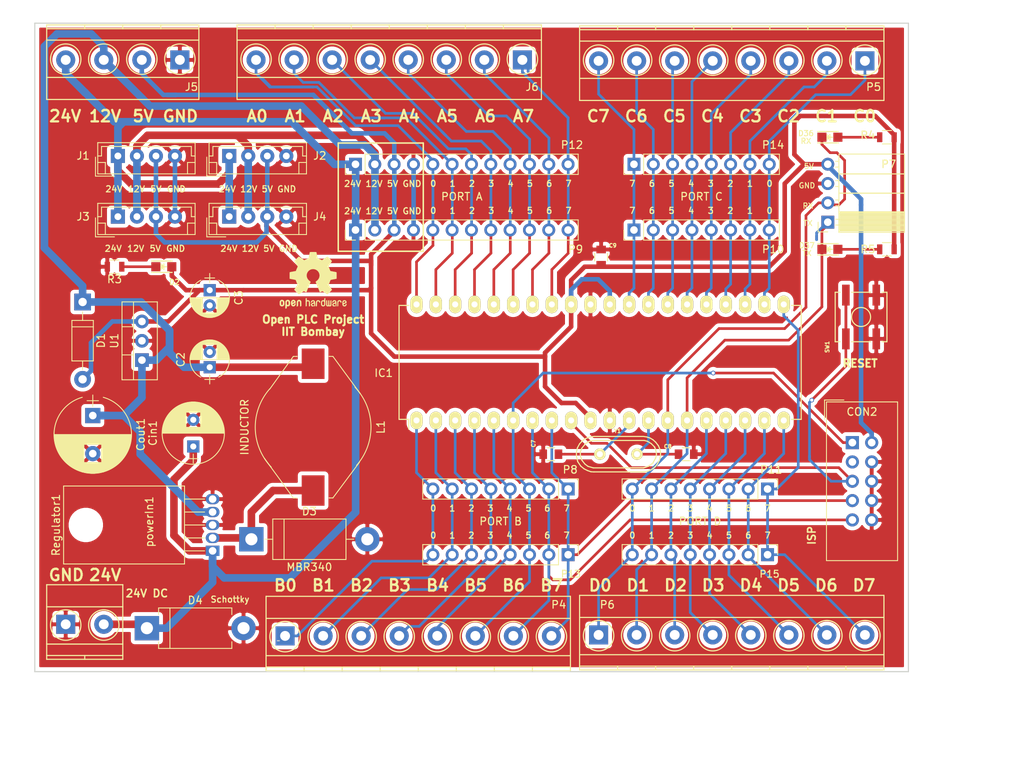
<source format=kicad_pcb>
(kicad_pcb (version 20171130) (host pcbnew 5.1.5)
  (layers (0 F.Cu signal) (31 B.Cu signal) (34 B.Paste user) (35 F.Paste user) (36 B.SilkS user) (37 F.SilkS user) (38 B.Mask user) (39 F.Mask user) (44 Edge.Cuts user))
  (net 0 "")
  (net 1 12V)
  (net 2 GND)
  (net 3 5V)
  (net 4 "Net-(C7-Pad2)")
  (net 5 "Net-(C8-Pad2)")
  (net 6 /MOSI)
  (net 7 /RST)
  (net 8 /SCK)
  (net 9 /MISO)
  (net 10 "Net-(D2-Pad1)")
  (net 11 /RX)
  (net 12 /TX)
  (net 13 24V)
  (net 14 "Net-(D36-Pad2)")
  (net 15 "Net-(D37-Pad2)")
  (net 16 /B0)
  (net 17 /B1)
  (net 18 /B2)
  (net 19 /B3)
  (net 20 /B4)
  (net 21 /D2)
  (net 22 /D3)
  (net 23 /D4)
  (net 24 /D5)
  (net 25 /D6)
  (net 26 /D7)
  (net 27 /C0)
  (net 28 /C1)
  (net 29 /C2)
  (net 30 /C3)
  (net 31 /C4)
  (net 32 /C5)
  (net 33 /C6)
  (net 34 /C7)
  (net 35 /A7)
  (net 36 /A6)
  (net 37 /A5)
  (net 38 /A4)
  (net 39 /A3)
  (net 40 /A2)
  (net 41 /A1)
  (net 42 /A0)
  (net 43 "Net-(D3-Pad1)")
  (net 44 "Net-(CON2-Pad3)")
  (module TerminalBlocks_Phoenix:TerminalBlock_Phoenix_MKDS1.5-8pol (layer F.Cu) (at 156.0265 44.704 180)
    (fp_text reference J6 (at -1.273976 -3.556 180) (layer F.SilkS))
    (fp_text value Screw_Terminal_01x08)
    (pad 8 thru_hole circle (at 35 0 180) (size 2.5 2.5) (drill 1.3) (layers *.Cu *.Mask) (net 42 /A0))
    (pad 7 thru_hole circle (at 30 0 180) (size 2.5 2.5) (drill 1.3) (layers *.Cu *.Mask) (net 41 /A1))
    (pad 6 thru_hole circle (at 25 0 180) (size 2.5 2.5) (drill 1.3) (layers *.Cu *.Mask) (net 40 /A2))
    (pad 5 thru_hole circle (at 20 0 180) (size 2.5 2.5) (drill 1.3) (layers *.Cu *.Mask) (net 39 /A3))
    (pad 4 thru_hole circle (at 15 0 180) (size 2.5 2.5) (drill 1.3) (layers *.Cu *.Mask) (net 38 /A4))
    (pad 3 thru_hole circle (at 10 0 180) (size 2.5 2.5) (drill 1.3) (layers *.Cu *.Mask) (net 37 /A5))
    (pad 1 thru_hole rect (at 0 0 180) (size 2.5 2.5) (drill 1.3) (layers *.Cu *.Mask) (net 35 /A7))
    (pad 2 thru_hole circle (at 5 0 180) (size 2.5 2.5) (drill 1.3) (layers *.Cu *.Mask) (net 36 /A6))
  )
  (module Housings_DIP:DIP-40_W15.24mm_LongPads (layer F.Cu) (at 142.113 92.075 90)
    (fp_text reference IC1 (at 6.223 -4.318 180) (layer F.SilkS))
    (fp_text value ATMEGA16-P hide)
    (pad 1 thru_hole oval (at 0 0 90) (size 2.3 1.6) (drill 0.8) (layers *.Cu *.Mask F.SilkS) (net 16 /B0))
    (pad 2 thru_hole oval (at 0 2.54 90) (size 2.3 1.6) (drill 0.8) (layers *.Cu *.Mask F.SilkS) (net 17 /B1))
    (pad 3 thru_hole oval (at 0 5.08 90) (size 2.3 1.6) (drill 0.8) (layers *.Cu *.Mask F.SilkS) (net 18 /B2))
    (pad 4 thru_hole oval (at 0 7.62 90) (size 2.3 1.6) (drill 0.8) (layers *.Cu *.Mask F.SilkS) (net 19 /B3))
    (pad 5 thru_hole oval (at 0 10.16 90) (size 2.3 1.6) (drill 0.8) (layers *.Cu *.Mask F.SilkS) (net 20 /B4))
    (pad 6 thru_hole oval (at 0 12.7 90) (size 2.3 1.6) (drill 0.8) (layers *.Cu *.Mask F.SilkS) (net 6 /MOSI))
    (pad 7 thru_hole oval (at 0 15.24 90) (size 2.3 1.6) (drill 0.8) (layers *.Cu *.Mask F.SilkS) (net 9 /MISO))
    (pad 8 thru_hole oval (at 0 17.78 90) (size 2.3 1.6) (drill 0.8) (layers *.Cu *.Mask F.SilkS) (net 8 /SCK))
    (pad 9 thru_hole oval (at 0 20.32 90) (size 2.3 1.6) (drill 0.8) (layers *.Cu *.Mask F.SilkS) (net 7 /RST))
    (pad 10 thru_hole oval (at 0 22.86 90) (size 2.3 1.6) (drill 0.8) (layers *.Cu *.Mask F.SilkS) (net 3 5V))
    (pad 11 thru_hole oval (at 0 25.4 90) (size 2.3 1.6) (drill 0.8) (layers *.Cu *.Mask F.SilkS) (net 2 GND))
    (pad 12 thru_hole oval (at 0 27.94 90) (size 2.3 1.6) (drill 0.8) (layers *.Cu *.Mask F.SilkS) (net 4 "Net-(C7-Pad2)"))
    (pad 13 thru_hole oval (at 0 30.48 90) (size 2.3 1.6) (drill 0.8) (layers *.Cu *.Mask F.SilkS) (net 5 "Net-(C8-Pad2)"))
    (pad 14 thru_hole oval (at 0 33.02 90) (size 2.3 1.6) (drill 0.8) (layers *.Cu *.Mask F.SilkS) (net 11 /RX))
    (pad 15 thru_hole oval (at 0 35.56 90) (size 2.3 1.6) (drill 0.8) (layers *.Cu *.Mask F.SilkS) (net 12 /TX))
    (pad 16 thru_hole oval (at 0 38.1 90) (size 2.3 1.6) (drill 0.8) (layers *.Cu *.Mask F.SilkS) (net 21 /D2))
    (pad 17 thru_hole oval (at 0 40.64 90) (size 2.3 1.6) (drill 0.8) (layers *.Cu *.Mask F.SilkS) (net 22 /D3))
    (pad 18 thru_hole oval (at 0 43.18 90) (size 2.3 1.6) (drill 0.8) (layers *.Cu *.Mask F.SilkS) (net 23 /D4))
    (pad 19 thru_hole oval (at 0 45.72 90) (size 2.3 1.6) (drill 0.8) (layers *.Cu *.Mask F.SilkS) (net 24 /D5))
    (pad 20 thru_hole oval (at 0 48.26 90) (size 2.3 1.6) (drill 0.8) (layers *.Cu *.Mask F.SilkS) (net 25 /D6))
    (pad 21 thru_hole oval (at 15.24 48.26 90) (size 2.3 1.6) (drill 0.8) (layers *.Cu *.Mask F.SilkS) (net 26 /D7))
    (pad 22 thru_hole oval (at 15.24 45.72 90) (size 2.3 1.6) (drill 0.8) (layers *.Cu *.Mask F.SilkS) (net 27 /C0))
    (pad 23 thru_hole oval (at 15.24 43.18 90) (size 2.3 1.6) (drill 0.8) (layers *.Cu *.Mask F.SilkS) (net 28 /C1))
    (pad 24 thru_hole oval (at 15.24 40.64 90) (size 2.3 1.6) (drill 0.8) (layers *.Cu *.Mask F.SilkS) (net 29 /C2))
    (pad 25 thru_hole oval (at 15.24 38.1 90) (size 2.3 1.6) (drill 0.8) (layers *.Cu *.Mask F.SilkS) (net 30 /C3))
    (pad 26 thru_hole oval (at 15.24 35.56 90) (size 2.3 1.6) (drill 0.8) (layers *.Cu *.Mask F.SilkS) (net 31 /C4))
    (pad 27 thru_hole oval (at 15.24 33.02 90) (size 2.3 1.6) (drill 0.8) (layers *.Cu *.Mask F.SilkS) (net 32 /C5))
    (pad 28 thru_hole oval (at 15.24 30.48 90) (size 2.3 1.6) (drill 0.8) (layers *.Cu *.Mask F.SilkS) (net 33 /C6))
    (pad 29 thru_hole oval (at 15.24 27.94 90) (size 2.3 1.6) (drill 0.8) (layers *.Cu *.Mask F.SilkS) (net 34 /C7))
    (pad 30 thru_hole oval (at 15.24 25.4 90) (size 2.3 1.6) (drill 0.8) (layers *.Cu *.Mask F.SilkS) (net 3 5V))
    (pad 31 thru_hole oval (at 15.24 22.86 90) (size 2.3 1.6) (drill 0.8) (layers *.Cu *.Mask F.SilkS) (net 2 GND))
    (pad 32 thru_hole oval (at 15.24 20.32 90) (size 2.3 1.6) (drill 0.8) (layers *.Cu *.Mask F.SilkS) (net 3 5V))
    (pad 33 thru_hole oval (at 15.24 17.78 90) (size 2.3 1.6) (drill 0.8) (layers *.Cu *.Mask F.SilkS) (net 35 /A7))
    (pad 34 thru_hole oval (at 15.24 15.24 90) (size 2.3 1.6) (drill 0.8) (layers *.Cu *.Mask F.SilkS) (net 36 /A6))
    (pad 35 thru_hole oval (at 15.24 12.7 90) (size 2.3 1.6) (drill 0.8) (layers *.Cu *.Mask F.SilkS) (net 37 /A5))
    (pad 36 thru_hole oval (at 15.24 10.16 90) (size 2.3 1.6) (drill 0.8) (layers *.Cu *.Mask F.SilkS) (net 38 /A4))
    (pad 37 thru_hole oval (at 15.24 7.62 90) (size 2.3 1.6) (drill 0.8) (layers *.Cu *.Mask F.SilkS) (net 39 /A3))
    (pad 38 thru_hole oval (at 15.24 5.08 90) (size 2.3 1.6) (drill 0.8) (layers *.Cu *.Mask F.SilkS) (net 40 /A2))
    (pad 39 thru_hole oval (at 15.24 2.54 90) (size 2.3 1.6) (drill 0.8) (layers *.Cu *.Mask F.SilkS) (net 41 /A1))
    (pad 40 thru_hole oval (at 15.24 0 90) (size 2.3 1.6) (drill 0.8) (layers *.Cu *.Mask F.SilkS) (net 42 /A0))
  )
  (module IDC:IDC-Header_2x05_Pitch2.54mm_Straight (layer F.Cu) (at 199.39 94.996)
    (fp_text reference CON2 (at 1.26 -4.046) (layer F.SilkS))
    (fp_text value AVR-ISP-10)
    (pad 1 thru_hole rect (at 0 0) (size 1.7272 1.7272) (drill 1.016) (layers *.Cu *.Mask) (net 6 /MOSI))
    (pad 2 thru_hole oval (at 2.54 0) (size 1.7272 1.7272) (drill 1.016) (layers *.Cu *.Mask) (net 3 5V))
    (pad 3 thru_hole oval (at 0 2.54) (size 1.7272 1.7272) (drill 1.016) (layers *.Cu *.Mask) (net 44 "Net-(CON2-Pad3)"))
    (pad 4 thru_hole oval (at 2.54 2.54) (size 1.7272 1.7272) (drill 1.016) (layers *.Cu *.Mask) (net 2 GND))
    (pad 5 thru_hole oval (at 0 5.08) (size 1.7272 1.7272) (drill 1.016) (layers *.Cu *.Mask) (net 7 /RST))
    (pad 6 thru_hole oval (at 2.54 5.08) (size 1.7272 1.7272) (drill 1.016) (layers *.Cu *.Mask) (net 2 GND))
    (pad 7 thru_hole oval (at 0 7.62) (size 1.7272 1.7272) (drill 1.016) (layers *.Cu *.Mask) (net 8 /SCK))
    (pad 8 thru_hole oval (at 2.54 7.62) (size 1.7272 1.7272) (drill 1.016) (layers *.Cu *.Mask) (net 2 GND))
    (pad 9 thru_hole oval (at 0 10.16) (size 1.7272 1.7272) (drill 1.016) (layers *.Cu *.Mask) (net 9 /MISO))
    (pad 10 thru_hole oval (at 2.54 10.16) (size 1.7272 1.7272) (drill 1.016) (layers *.Cu *.Mask) (net 2 GND))
  )
  (module Socket_Strips:Socket_Strip_Straight_1x08_Pitch2.54mm (layer F.Cu) (at 188.24543 101.092 270)
    (fp_text reference P11 (at -2.54 -0.47657) (layer F.SilkS))
    (fp_text value PortD_B)
    (pad 8 thru_hole oval (at 0 17.78 270) (size 1.7 1.7) (drill 1) (layers *.Cu *.Mask) (net 11 /RX))
    (pad 7 thru_hole oval (at 0 15.24 270) (size 1.7 1.7) (drill 1) (layers *.Cu *.Mask) (net 12 /TX))
    (pad 6 thru_hole oval (at 0 12.7 270) (size 1.7 1.7) (drill 1) (layers *.Cu *.Mask) (net 21 /D2))
    (pad 5 thru_hole oval (at 0 10.16 270) (size 1.7 1.7) (drill 1) (layers *.Cu *.Mask) (net 22 /D3))
    (pad 4 thru_hole oval (at 0 7.62 270) (size 1.7 1.7) (drill 1) (layers *.Cu *.Mask) (net 23 /D4))
    (pad 3 thru_hole oval (at 0 5.08 270) (size 1.7 1.7) (drill 1) (layers *.Cu *.Mask) (net 24 /D5))
    (pad 2 thru_hole oval (at 0 2.54 270) (size 1.7 1.7) (drill 1) (layers *.Cu *.Mask) (net 25 /D6))
    (pad 1 thru_hole rect (at 0 0 270) (size 1.7 1.7) (drill 1) (layers *.Cu *.Mask) (net 26 /D7))
  )
  (module TerminalBlocks_Phoenix:TerminalBlock_Phoenix_MKDS1.5-4pol (layer F.Cu) (at 111.012 44.704 180)
    (fp_text reference J5 (at -1.524 -3.556 180) (layer F.SilkS))
    (fp_text value Screw_Terminal_01x04)
    (pad 4 thru_hole circle (at 15 0 180) (size 2.5 2.5) (drill 1.3) (layers *.Cu *.Mask) (net 13 24V))
    (pad 3 thru_hole circle (at 10 0 180) (size 2.5 2.5) (drill 1.3) (layers *.Cu *.Mask) (net 1 12V))
    (pad 1 thru_hole rect (at 0 0 180) (size 2.5 2.5) (drill 1.3) (layers *.Cu *.Mask) (net 2 GND))
    (pad 2 thru_hole circle (at 5 0 180) (size 2.5 2.5) (drill 1.3) (layers *.Cu *.Mask) (net 3 5V))
  )
  (module Crystals:Crystal_HC49-U_Vertical (layer F.Cu) (at 168.64584 96.51492)
    (fp_text reference Y1 (at -0.127 -3.048) (layer F.SilkS) (effects (font (size 0.5 0.5) (thickness 0.125))))
    (fp_text value 16Mhz hide)
    (pad 1 thru_hole circle (at -2.44094 0) (size 1.50114 1.50114) (drill 0.8001) (layers *.Cu *.Mask F.SilkS) (net 4 "Net-(C7-Pad2)"))
    (pad 2 thru_hole circle (at 2.44094 0) (size 1.50114 1.50114) (drill 0.8001) (layers *.Cu *.Mask F.SilkS) (net 5 "Net-(C8-Pad2)"))
  )
  (module TerminalBlocks_Phoenix:TerminalBlock_Phoenix_MKDS1.5-8pol (layer F.Cu) (at 201.041 44.831 180)
    (fp_text reference P5 (at -1.143 -3.429 180) (layer F.SilkS))
    (fp_text value PortC)
    (pad 8 thru_hole circle (at 35 0 180) (size 2.5 2.5) (drill 1.3) (layers *.Cu *.Mask) (net 34 /C7))
    (pad 7 thru_hole circle (at 30 0 180) (size 2.5 2.5) (drill 1.3) (layers *.Cu *.Mask) (net 33 /C6))
    (pad 6 thru_hole circle (at 25 0 180) (size 2.5 2.5) (drill 1.3) (layers *.Cu *.Mask) (net 32 /C5))
    (pad 5 thru_hole circle (at 20 0 180) (size 2.5 2.5) (drill 1.3) (layers *.Cu *.Mask) (net 31 /C4))
    (pad 4 thru_hole circle (at 15 0 180) (size 2.5 2.5) (drill 1.3) (layers *.Cu *.Mask) (net 30 /C3))
    (pad 3 thru_hole circle (at 10 0 180) (size 2.5 2.5) (drill 1.3) (layers *.Cu *.Mask) (net 29 /C2))
    (pad 1 thru_hole rect (at 0 0 180) (size 2.5 2.5) (drill 1.3) (layers *.Cu *.Mask) (net 27 /C0))
    (pad 2 thru_hole circle (at 5 0 180) (size 2.5 2.5) (drill 1.3) (layers *.Cu *.Mask) (net 28 /C1))
  )
  (module LEDs:LED_0805 (layer F.Cu) (at 196.43642 69.596)
    (fp_text reference D37 (at -3.018 -0.508) (layer F.SilkS) (effects (font (size 0.7 0.7) (thickness 0.125))))
    (fp_text value TX (at -3.018 0.508) (layer F.SilkS) (effects (font (size 0.7 0.7) (thickness 0.125))))
    (pad 2 smd rect (at 1.04902 0 180) (size 1.19888 1.19888) (layers F.Cu F.Paste F.Mask) (net 15 "Net-(D37-Pad2)"))
    (pad 1 smd rect (at -1.04902 0 180) (size 1.19888 1.19888) (layers F.Cu F.Paste F.Mask) (net 12 /TX))
  )
  (module TerminalBlocks_Phoenix:TerminalBlock_Phoenix_MKDS1.5-8pol (layer F.Cu) (at 166.041 120.269)
    (fp_text reference P6 (at 1.143 -3.969) (layer F.SilkS))
    (fp_text value PortD)
    (pad 2 thru_hole circle (at 5 0) (size 2.5 2.5) (drill 1.3) (layers *.Cu *.Mask) (net 12 /TX))
    (pad 1 thru_hole rect (at 0 0) (size 2.5 2.5) (drill 1.3) (layers *.Cu *.Mask) (net 11 /RX))
    (pad 3 thru_hole circle (at 10 0) (size 2.5 2.5) (drill 1.3) (layers *.Cu *.Mask) (net 21 /D2))
    (pad 4 thru_hole circle (at 15 0) (size 2.5 2.5) (drill 1.3) (layers *.Cu *.Mask) (net 22 /D3))
    (pad 5 thru_hole circle (at 20 0) (size 2.5 2.5) (drill 1.3) (layers *.Cu *.Mask) (net 23 /D4))
    (pad 6 thru_hole circle (at 25 0) (size 2.5 2.5) (drill 1.3) (layers *.Cu *.Mask) (net 24 /D5))
    (pad 7 thru_hole circle (at 30 0) (size 2.5 2.5) (drill 1.3) (layers *.Cu *.Mask) (net 25 /D6))
    (pad 8 thru_hole circle (at 35 0) (size 2.5 2.5) (drill 1.3) (layers *.Cu *.Mask) (net 26 /D7))
  )
  (module Capacitors_SMD:C_0805 (layer F.Cu) (at 166.375 70.62 90)
    (fp_text reference C9 (at 1.524 1.524 -180) (layer F.SilkS) (effects (font (size 0.5 0.5) (thickness 0.125))))
    (fp_text value 100nF hide)
    (pad 1 smd rect (at -1 0 90) (size 1 1.25) (layers F.Cu F.Paste F.Mask) (net 3 5V))
    (pad 2 smd rect (at 1 0 90) (size 1 1.25) (layers F.Cu F.Paste F.Mask) (net 2 GND))
  )
  (module Capacitors_SMD:C_0805 (layer F.Cu) (at 159.766 96.52)
    (fp_text reference C7 (at -2.286 -1.397 90) (layer F.SilkS) (effects (font (size 0.5 0.5) (thickness 0.125))))
    (fp_text value 22pF hide)
    (pad 1 smd rect (at -1 0) (size 1 1.25) (layers F.Cu F.Paste F.Mask) (net 2 GND))
    (pad 2 smd rect (at 1 0) (size 1 1.25) (layers F.Cu F.Paste F.Mask) (net 4 "Net-(C7-Pad2)"))
  )
  (module TerminalBlocks_Phoenix:TerminalBlock_Phoenix_MKDS1.5-2pol (layer F.Cu) (at 96.012 118.872)
    (fp_text reference powerIn1 (at 10.988 -13.472 90) (layer F.SilkS))
    (fp_text value 24V)
    (pad 2 thru_hole circle (at 5 0) (size 2.5 2.5) (drill 1.3) (layers *.Cu *.Mask) (net 13 24V))
    (pad 1 thru_hole rect (at 0 0) (size 2.5 2.5) (drill 1.3) (layers *.Cu *.Mask) (net 2 GND))
  )
  (module Capacitors_THT:CP_Radial_D5.0mm_P2.00mm (layer F.Cu) (at 114.935 85.09 90)
    (fp_text reference C2 (at 1 -3.81 90) (layer F.SilkS))
    (fp_text value 100uF)
    (pad 1 thru_hole rect (at 0 0 90) (size 1.6 1.6) (drill 0.8) (layers *.Cu *.Mask) (net 1 12V))
    (pad 2 thru_hole circle (at 2 0 90) (size 1.6 1.6) (drill 0.8) (layers *.Cu *.Mask) (net 2 GND))
  )
  (module Diodes_THT:D_DO-41_SOD81_P10.16mm_Horizontal (layer F.Cu) (at 98.23196 76.5175 270)
    (fp_text reference D1 (at 5.08 -2.41 270) (layer F.SilkS))
    (fp_text value D)
    (pad 2 thru_hole oval (at 10.16 0 270) (size 2.2 2.2) (drill 1.1) (layers *.Cu *.Mask) (net 3 5V))
    (pad 1 thru_hole rect (at 0 0 270) (size 2.2 2.2) (drill 1.1) (layers *.Cu *.Mask) (net 1 12V))
  )
  (module Pin_Headers:Pin_Header_Straight_1x08_Pitch2.54mm (layer F.Cu) (at 170.688 58.42 90)
    (fp_text reference P14 (at 2.54 18.288 180) (layer F.SilkS))
    (fp_text value PortC_M)
    (pad 1 thru_hole rect (at 0 0 90) (size 1.7 1.7) (drill 1) (layers *.Cu *.Mask) (net 34 /C7))
    (pad 2 thru_hole oval (at 0 2.54 90) (size 1.7 1.7) (drill 1) (layers *.Cu *.Mask) (net 33 /C6))
    (pad 3 thru_hole oval (at 0 5.08 90) (size 1.7 1.7) (drill 1) (layers *.Cu *.Mask) (net 32 /C5))
    (pad 4 thru_hole oval (at 0 7.62 90) (size 1.7 1.7) (drill 1) (layers *.Cu *.Mask) (net 31 /C4))
    (pad 5 thru_hole oval (at 0 10.16 90) (size 1.7 1.7) (drill 1) (layers *.Cu *.Mask) (net 30 /C3))
    (pad 6 thru_hole oval (at 0 12.7 90) (size 1.7 1.7) (drill 1) (layers *.Cu *.Mask) (net 29 /C2))
    (pad 7 thru_hole oval (at 0 15.24 90) (size 1.7 1.7) (drill 1) (layers *.Cu *.Mask) (net 28 /C1))
    (pad 8 thru_hole oval (at 0 17.78 90) (size 1.7 1.7) (drill 1) (layers *.Cu *.Mask) (net 27 /C0))
  )
  (module Pin_Headers:Pin_Header_Straight_1x08_Pitch2.54mm (layer F.Cu) (at 188.24543 109.728 270)
    (fp_text reference P15 (at 2.54 -0.254) (layer F.SilkS) (effects (font (size 0.9 0.9))))
    (fp_text value PortD_M)
    (pad 8 thru_hole oval (at 0 17.78 270) (size 1.7 1.7) (drill 1) (layers *.Cu *.Mask) (net 11 /RX))
    (pad 7 thru_hole oval (at 0 15.24 270) (size 1.7 1.7) (drill 1) (layers *.Cu *.Mask) (net 12 /TX))
    (pad 6 thru_hole oval (at 0 12.7 270) (size 1.7 1.7) (drill 1) (layers *.Cu *.Mask) (net 21 /D2))
    (pad 5 thru_hole oval (at 0 10.16 270) (size 1.7 1.7) (drill 1) (layers *.Cu *.Mask) (net 22 /D3))
    (pad 4 thru_hole oval (at 0 7.62 270) (size 1.7 1.7) (drill 1) (layers *.Cu *.Mask) (net 23 /D4))
    (pad 3 thru_hole oval (at 0 5.08 270) (size 1.7 1.7) (drill 1) (layers *.Cu *.Mask) (net 24 /D5))
    (pad 2 thru_hole oval (at 0 2.54 270) (size 1.7 1.7) (drill 1) (layers *.Cu *.Mask) (net 25 /D6))
    (pad 1 thru_hole rect (at 0 0 270) (size 1.7 1.7) (drill 1) (layers *.Cu *.Mask) (net 26 /D7))
  )
  (module Socket_Strips:Socket_Strip_Straight_1x12_Pitch2.54mm (layer F.Cu) (at 134.092 67.056 90)
    (fp_text reference P9 (at -2.54 28.92419 180) (layer F.SilkS))
    (fp_text value PortA_B)
    (pad 1 thru_hole rect (at 0 0 90) (size 1.7 1.7) (drill 1) (layers *.Cu *.Mask) (net 13 24V))
    (pad 2 thru_hole oval (at 0 2.54 90) (size 1.7 1.7) (drill 1) (layers *.Cu *.Mask) (net 1 12V))
    (pad 3 thru_hole oval (at 0 5.08 90) (size 1.7 1.7) (drill 1) (layers *.Cu *.Mask) (net 3 5V))
    (pad 4 thru_hole oval (at 0 7.62 90) (size 1.7 1.7) (drill 1) (layers *.Cu *.Mask) (net 2 GND))
    (pad 5 thru_hole oval (at 0 10.16 90) (size 1.7 1.7) (drill 1) (layers *.Cu *.Mask) (net 42 /A0))
    (pad 6 thru_hole oval (at 0 12.7 90) (size 1.7 1.7) (drill 1) (layers *.Cu *.Mask) (net 41 /A1))
    (pad 7 thru_hole oval (at 0 15.24 90) (size 1.7 1.7) (drill 1) (layers *.Cu *.Mask) (net 40 /A2))
    (pad 8 thru_hole oval (at 0 17.78 90) (size 1.7 1.7) (drill 1) (layers *.Cu *.Mask) (net 39 /A3))
    (pad 9 thru_hole oval (at 0 20.32 90) (size 1.7 1.7) (drill 1) (layers *.Cu *.Mask) (net 38 /A4))
    (pad 10 thru_hole oval (at 0 22.86 90) (size 1.7 1.7) (drill 1) (layers *.Cu *.Mask) (net 37 /A5))
    (pad 11 thru_hole oval (at 0 25.4 90) (size 1.7 1.7) (drill 1) (layers *.Cu *.Mask) (net 36 /A6))
    (pad 12 thru_hole oval (at 0 27.94 90) (size 1.7 1.7) (drill 1) (layers *.Cu *.Mask) (net 35 /A7))
  )
  (module Socket_Strips:Socket_Strip_Straight_1x08_Pitch2.54mm (layer F.Cu) (at 162.042 101.092 270)
    (fp_text reference P8 (at -2.54 -0.264) (layer F.SilkS))
    (fp_text value PortB_B)
    (pad 8 thru_hole oval (at 0 17.78 270) (size 1.7 1.7) (drill 1) (layers *.Cu *.Mask) (net 16 /B0))
    (pad 7 thru_hole oval (at 0 15.24 270) (size 1.7 1.7) (drill 1) (layers *.Cu *.Mask) (net 17 /B1))
    (pad 6 thru_hole oval (at 0 12.7 270) (size 1.7 1.7) (drill 1) (layers *.Cu *.Mask) (net 18 /B2))
    (pad 5 thru_hole oval (at 0 10.16 270) (size 1.7 1.7) (drill 1) (layers *.Cu *.Mask) (net 19 /B3))
    (pad 4 thru_hole oval (at 0 7.62 270) (size 1.7 1.7) (drill 1) (layers *.Cu *.Mask) (net 20 /B4))
    (pad 3 thru_hole oval (at 0 5.08 270) (size 1.7 1.7) (drill 1) (layers *.Cu *.Mask) (net 6 /MOSI))
    (pad 2 thru_hole oval (at 0 2.54 270) (size 1.7 1.7) (drill 1) (layers *.Cu *.Mask) (net 9 /MISO))
    (pad 1 thru_hole rect (at 0 0 270) (size 1.7 1.7) (drill 1) (layers *.Cu *.Mask) (net 8 /SCK))
  )
  (module Pin_Headers:Pin_Header_Straight_1x12_Pitch2.54mm (layer F.Cu) (at 134.092 58.42 90)
    (fp_text reference P12 (at 2.54 28.448 180) (layer F.SilkS))
    (fp_text value PortA_M)
    (pad 1 thru_hole rect (at 0 0 90) (size 1.7 1.7) (drill 1) (layers *.Cu *.Mask) (net 13 24V))
    (pad 2 thru_hole oval (at 0 2.54 90) (size 1.7 1.7) (drill 1) (layers *.Cu *.Mask) (net 1 12V))
    (pad 3 thru_hole oval (at 0 5.08 90) (size 1.7 1.7) (drill 1) (layers *.Cu *.Mask) (net 3 5V))
    (pad 4 thru_hole oval (at 0 7.62 90) (size 1.7 1.7) (drill 1) (layers *.Cu *.Mask) (net 2 GND))
    (pad 5 thru_hole oval (at 0 10.16 90) (size 1.7 1.7) (drill 1) (layers *.Cu *.Mask) (net 42 /A0))
    (pad 6 thru_hole oval (at 0 12.7 90) (size 1.7 1.7) (drill 1) (layers *.Cu *.Mask) (net 41 /A1))
    (pad 7 thru_hole oval (at 0 15.24 90) (size 1.7 1.7) (drill 1) (layers *.Cu *.Mask) (net 40 /A2))
    (pad 8 thru_hole oval (at 0 17.78 90) (size 1.7 1.7) (drill 1) (layers *.Cu *.Mask) (net 39 /A3))
    (pad 9 thru_hole oval (at 0 20.32 90) (size 1.7 1.7) (drill 1) (layers *.Cu *.Mask) (net 38 /A4))
    (pad 10 thru_hole oval (at 0 22.86 90) (size 1.7 1.7) (drill 1) (layers *.Cu *.Mask) (net 37 /A5))
    (pad 11 thru_hole oval (at 0 25.4 90) (size 1.7 1.7) (drill 1) (layers *.Cu *.Mask) (net 36 /A6))
    (pad 12 thru_hole oval (at 0 27.94 90) (size 1.7 1.7) (drill 1) (layers *.Cu *.Mask) (net 35 /A7))
  )
  (module TO_SOT_Packages_THT:TO-220-3_Vertical (layer F.Cu) (at 106.03 84.1575 90)
    (fp_text reference U1 (at 2.54 -3.62 90) (layer F.SilkS))
    (fp_text value 7805)
    (pad 3 thru_hole oval (at 5.08 0 90) (size 1.8 1.8) (drill 1) (layers *.Cu *.Mask) (net 3 5V))
    (pad 2 thru_hole oval (at 2.54 0 90) (size 1.8 1.8) (drill 1) (layers *.Cu *.Mask) (net 2 GND))
    (pad 1 thru_hole rect (at 0 0 90) (size 1.8 1.8) (drill 1) (layers *.Cu *.Mask) (net 1 12V))
  )
  (module Socket_Strips:Socket_Strip_Angled_1x04_Pitch2.54mm (layer F.Cu) (at 196.16 66.03 180)
    (fp_text reference P7 (at -8.001 7.62 180) (layer F.SilkS))
    (fp_text value Max232)
    (pad 1 thru_hole rect (at 0 0 180) (size 1.7 1.7) (drill 1) (layers *.Cu *.Mask) (net 12 /TX))
    (pad 2 thru_hole oval (at 0 2.54 180) (size 1.7 1.7) (drill 1) (layers *.Cu *.Mask) (net 11 /RX))
    (pad 3 thru_hole oval (at 0 5.08 180) (size 1.7 1.7) (drill 1) (layers *.Cu *.Mask) (net 2 GND))
    (pad 4 thru_hole oval (at 0 7.62 180) (size 1.7 1.7) (drill 1) (layers *.Cu *.Mask) (net 3 5V))
  )
  (module Diodes_THT:D_DO-201AD_P15.24mm_Horizontal (layer F.Cu) (at 120.4112 107.696)
    (fp_text reference D3 (at 7.62 -3.66) (layer F.SilkS))
    (fp_text value MBR340 (at 7.62 3.66) (layer F.SilkS))
    (pad 2 thru_hole oval (at 15.24 0) (size 3.2 3.2) (drill 1.6) (layers *.Cu *.Mask) (net 2 GND))
    (pad 1 thru_hole rect (at 0 0) (size 3.2 3.2) (drill 1.6) (layers *.Cu *.Mask) (net 43 "Net-(D3-Pad1)"))
  )
  (module Socket_Strips:Socket_Strip_Straight_1x08_Pitch2.54mm (layer F.Cu) (at 170.688 67.056 90)
    (fp_text reference P10 (at -2.54 18.288 180) (layer F.SilkS))
    (fp_text value PortC_B)
    (pad 8 thru_hole oval (at 0 17.78 90) (size 1.7 1.7) (drill 1) (layers *.Cu *.Mask) (net 27 /C0))
    (pad 7 thru_hole oval (at 0 15.24 90) (size 1.7 1.7) (drill 1) (layers *.Cu *.Mask) (net 28 /C1))
    (pad 6 thru_hole oval (at 0 12.7 90) (size 1.7 1.7) (drill 1) (layers *.Cu *.Mask) (net 29 /C2))
    (pad 5 thru_hole oval (at 0 10.16 90) (size 1.7 1.7) (drill 1) (layers *.Cu *.Mask) (net 30 /C3))
    (pad 4 thru_hole oval (at 0 7.62 90) (size 1.7 1.7) (drill 1) (layers *.Cu *.Mask) (net 31 /C4))
    (pad 3 thru_hole oval (at 0 5.08 90) (size 1.7 1.7) (drill 1) (layers *.Cu *.Mask) (net 32 /C5))
    (pad 2 thru_hole oval (at 0 2.54 90) (size 1.7 1.7) (drill 1) (layers *.Cu *.Mask) (net 33 /C6))
    (pad 1 thru_hole rect (at 0 0 90) (size 1.7 1.7) (drill 1) (layers *.Cu *.Mask) (net 34 /C7))
  )
  (module Inductors_SMD:L_Fastron_PISR_Handsoldering (layer F.Cu) (at 128.524 92.964 270)
    (fp_text reference L1 (at 0 -8.89 270) (layer F.SilkS))
    (fp_text value INDUCTOR (at 0 9 270) (layer F.SilkS))
    (pad 1 smd rect (at 8.33 0 270) (size 4 3) (layers F.Cu F.Paste F.Mask) (net 43 "Net-(D3-Pad1)"))
    (pad 2 smd rect (at -8.33 0 270) (size 4 3) (layers F.Cu F.Paste F.Mask) (net 1 12V))
  )
  (module Capacitors_THT:CP_Radial_D10.0mm_P5.00mm (layer F.Cu) (at 99.568 91.44 270)
    (fp_text reference Cout1 (at 2.5 -6.31 270) (layer F.SilkS))
    (fp_text value 1000uf)
    (pad 2 thru_hole circle (at 5 0 270) (size 2 2) (drill 1) (layers *.Cu *.Mask) (net 2 GND))
    (pad 1 thru_hole rect (at 0 0 270) (size 2 2) (drill 1) (layers *.Cu *.Mask) (net 1 12V))
  )
  (module Resistors_SMD:R_0805 (layer F.Cu) (at 102.428 71.882 180)
    (fp_text reference R3 (at 0 -1.65 180) (layer F.SilkS))
    (fp_text value 470E)
    (pad 1 smd rect (at -0.95 0 180) (size 0.7 1.3) (layers F.Cu F.Paste F.Mask) (net 10 "Net-(D2-Pad1)"))
    (pad 2 smd rect (at 0.95 0 180) (size 0.7 1.3) (layers F.Cu F.Paste F.Mask) (net 2 GND))
  )
  (module TerminalBlocks_Phoenix:TerminalBlock_Phoenix_MKDS1.5-8pol (layer F.Cu) (at 124.841 120.396)
    (fp_text reference P4 (at 35.959 -4.096) (layer F.SilkS))
    (fp_text value PortB)
    (pad 2 thru_hole circle (at 5 0) (size 2.5 2.5) (drill 1.3) (layers *.Cu *.Mask) (net 17 /B1))
    (pad 1 thru_hole rect (at 0 0) (size 2.5 2.5) (drill 1.3) (layers *.Cu *.Mask) (net 16 /B0))
    (pad 3 thru_hole circle (at 10 0) (size 2.5 2.5) (drill 1.3) (layers *.Cu *.Mask) (net 18 /B2))
    (pad 4 thru_hole circle (at 15 0) (size 2.5 2.5) (drill 1.3) (layers *.Cu *.Mask) (net 19 /B3))
    (pad 5 thru_hole circle (at 20 0) (size 2.5 2.5) (drill 1.3) (layers *.Cu *.Mask) (net 20 /B4))
    (pad 6 thru_hole circle (at 25 0) (size 2.5 2.5) (drill 1.3) (layers *.Cu *.Mask) (net 6 /MOSI))
    (pad 7 thru_hole circle (at 30 0) (size 2.5 2.5) (drill 1.3) (layers *.Cu *.Mask) (net 9 /MISO))
    (pad 8 thru_hole circle (at 35 0) (size 2.5 2.5) (drill 1.3) (layers *.Cu *.Mask) (net 8 /SCK))
  )
  (module Capacitors_THT:CP_Radial_D5.0mm_P2.00mm (layer F.Cu) (at 114.935 74.962 270)
    (fp_text reference C3 (at 1 -3.81 270) (layer F.SilkS))
    (fp_text value 10uF)
    (pad 1 thru_hole rect (at 0 0 270) (size 1.6 1.6) (drill 0.8) (layers *.Cu *.Mask) (net 3 5V))
    (pad 2 thru_hole circle (at 2 0 270) (size 1.6 1.6) (drill 0.8) (layers *.Cu *.Mask) (net 2 GND))
  )
  (module Capacitors_SMD:C_0805 (layer F.Cu) (at 177.546 96.52 180)
    (fp_text reference C8 (at 2.413 1.016 180) (layer F.SilkS) (effects (font (size 0.5 0.5) (thickness 0.125))))
    (fp_text value 22pF hide)
    (pad 1 smd rect (at -1 0 180) (size 1 1.25) (layers F.Cu F.Paste F.Mask) (net 2 GND))
    (pad 2 smd rect (at 1 0 180) (size 1 1.25) (layers F.Cu F.Paste F.Mask) (net 5 "Net-(C8-Pad2)"))
  )
  (module Resistors_SMD:R_0805 (layer F.Cu) (at 203.932 54.864)
    (fp_text reference R4 (at -2.51 -0.254) (layer F.SilkS))
    (fp_text value 1K)
    (pad 1 smd rect (at -0.95 0) (size 0.7 1.3) (layers F.Cu F.Paste F.Mask) (net 14 "Net-(D36-Pad2)"))
    (pad 2 smd rect (at 0.95 0) (size 0.7 1.3) (layers F.Cu F.Paste F.Mask) (net 3 5V))
  )
  (module LEDs:LED_0805 (layer F.Cu) (at 108.9025 71.882)
    (fp_text reference D2 (at 1.397 2.032) (layer F.SilkS) (effects (font (size 0.7 0.7))))
    (fp_text value LED hide)
    (pad 2 smd rect (at 1.04902 0 180) (size 1.19888 1.19888) (layers F.Cu F.Paste F.Mask) (net 3 5V))
    (pad 1 smd rect (at -1.04902 0 180) (size 1.19888 1.19888) (layers F.Cu F.Paste F.Mask) (net 10 "Net-(D2-Pad1)"))
  )
  (module Diodes_THT:D_DO-201AD_P12.70mm_Horizontal (layer F.Cu) (at 106.68 119.38)
    (fp_text reference D4 (at 6.35 -3.66) (layer F.SilkS))
    (fp_text value D_Schottky)
    (pad 2 thru_hole oval (at 12.7 0) (size 3.2 3.2) (drill 1.6) (layers *.Cu *.Mask) (net 2 GND))
    (pad 1 thru_hole rect (at 0 0) (size 3.2 3.2) (drill 1.6) (layers *.Cu *.Mask) (net 13 24V))
  )
  (module Capacitors_THT:CP_Radial_D8.0mm_P3.50mm (layer F.Cu) (at 112.776 95.504 90)
    (fp_text reference Cin1 (at 1.75 -5.31 90) (layer F.SilkS))
    (fp_text value 100uf)
    (pad 1 thru_hole rect (at 0 0 90) (size 1.6 1.6) (drill 0.8) (layers *.Cu *.Mask) (net 13 24V))
    (pad 2 thru_hole circle (at 3.5 0 90) (size 1.6 1.6) (drill 0.8) (layers *.Cu *.Mask) (net 2 GND))
  )
  (module Buttons_Switches_SMD:SW_SPST_B3SL-1002P (layer F.Cu) (at 200.535 78.488 270)
    (fp_text reference SW1 (at 3.937 4.445 270) (layer F.SilkS) (effects (font (size 0.5 0.5) (thickness 0.125))))
    (fp_text value SW_PUSH hide)
    (pad 1 smd rect (at -2.875 -2 270) (size 2.75 1) (layers F.Cu F.Paste F.Mask) (net 2 GND))
    (pad 1 smd rect (at 2.875 -2 270) (size 2.75 1) (layers F.Cu F.Paste F.Mask) (net 2 GND))
    (pad 2 smd rect (at 2.875 2 270) (size 2.75 1) (layers F.Cu F.Paste F.Mask) (net 7 /RST))
    (pad 2 smd rect (at -2.875 2 270) (size 2.75 1) (layers F.Cu F.Paste F.Mask) (net 7 /RST))
  )
  (module TO_SOT_Packages_THT:TO-220-5_Horizontal (layer F.Cu) (at 115.316 109.22 90)
    (fp_text reference Regulator1 (at 3.4 -20.58 90) (layer F.SilkS))
    (fp_text value "24 to 12")
    (pad 5 thru_hole oval (at 6.8 0 90) (size 1.35 1.8) (drill 1) (layers *.Cu *.Mask) (net 2 GND))
    (pad 4 thru_hole oval (at 5.1 0 90) (size 1.35 1.8) (drill 1) (layers *.Cu *.Mask) (net 1 12V))
    (pad 3 thru_hole oval (at 3.4 0 90) (size 1.35 1.8) (drill 1) (layers *.Cu *.Mask) (net 2 GND))
    (pad 2 thru_hole oval (at 1.7 0 90) (size 1.35 1.8) (drill 1) (layers *.Cu *.Mask) (net 43 "Net-(D3-Pad1)"))
    (pad 1 thru_hole rect (at 0 0 90) (size 1.35 1.8) (drill 1) (layers *.Cu *.Mask) (net 13 24V))
    (pad 0 np_thru_hole oval (at 3.4 -16.66 90) (size 3.5 3.5) (drill 3.5) (layers *.Cu *.Mask))
  )
  (module Connectors_JST:JST_EH_B04B-EH-A_04x2.50mm_Straight (layer F.Cu) (at 117.5004 65.3034)
    (fp_text reference J4 (at 11.8996 -0.0034) (layer F.SilkS))
    (fp_text value Conn_01x04)
    (pad 1 thru_hole rect (at 0 0) (size 1.85 1.85) (drill 0.9) (layers *.Cu *.Mask) (net 13 24V))
    (pad 2 thru_hole circle (at 2.5 0) (size 1.85 1.85) (drill 0.9) (layers *.Cu *.Mask) (net 1 12V))
    (pad 3 thru_hole circle (at 5 0) (size 1.85 1.85) (drill 0.9) (layers *.Cu *.Mask) (net 3 5V))
    (pad 4 thru_hole circle (at 7.5 0) (size 1.85 1.85) (drill 0.9) (layers *.Cu *.Mask) (net 2 GND))
  )
  (module Connectors_JST:JST_EH_B04B-EH-A_04x2.50mm_Straight (layer F.Cu) (at 102.87 65.3034)
    (fp_text reference J3 (at -4.57 -0.0034) (layer F.SilkS))
    (fp_text value Conn_01x04)
    (pad 1 thru_hole rect (at 0 0) (size 1.85 1.85) (drill 0.9) (layers *.Cu *.Mask) (net 13 24V))
    (pad 2 thru_hole circle (at 2.5 0) (size 1.85 1.85) (drill 0.9) (layers *.Cu *.Mask) (net 1 12V))
    (pad 3 thru_hole circle (at 5 0) (size 1.85 1.85) (drill 0.9) (layers *.Cu *.Mask) (net 3 5V))
    (pad 4 thru_hole circle (at 7.5 0) (size 1.85 1.85) (drill 0.9) (layers *.Cu *.Mask) (net 2 GND))
  )
  (module Pin_Headers:Pin_Header_Straight_1x08_Pitch2.54mm (layer F.Cu) (at 162.042 109.728 270)
    (fp_text reference P13 (at 2.54 -0.3556) (layer F.SilkS) (effects (font (size 0.9 0.9))))
    (fp_text value PortB_M)
    (pad 8 thru_hole oval (at 0 17.78 270) (size 1.7 1.7) (drill 1) (layers *.Cu *.Mask) (net 16 /B0))
    (pad 7 thru_hole oval (at 0 15.24 270) (size 1.7 1.7) (drill 1) (layers *.Cu *.Mask) (net 17 /B1))
    (pad 6 thru_hole oval (at 0 12.7 270) (size 1.7 1.7) (drill 1) (layers *.Cu *.Mask) (net 18 /B2))
    (pad 5 thru_hole oval (at 0 10.16 270) (size 1.7 1.7) (drill 1) (layers *.Cu *.Mask) (net 19 /B3))
    (pad 4 thru_hole oval (at 0 7.62 270) (size 1.7 1.7) (drill 1) (layers *.Cu *.Mask) (net 20 /B4))
    (pad 3 thru_hole oval (at 0 5.08 270) (size 1.7 1.7) (drill 1) (layers *.Cu *.Mask) (net 6 /MOSI))
    (pad 2 thru_hole oval (at 0 2.54 270) (size 1.7 1.7) (drill 1) (layers *.Cu *.Mask) (net 9 /MISO))
    (pad 1 thru_hole rect (at 0 0 270) (size 1.7 1.7) (drill 1) (layers *.Cu *.Mask) (net 8 /SCK))
  )
  (module Connectors_JST:JST_EH_B04B-EH-A_04x2.50mm_Straight (layer F.Cu) (at 102.87 57.3278)
    (fp_text reference J1 (at -4.57 -0.0278) (layer F.SilkS))
    (fp_text value Conn_01x04)
    (pad 1 thru_hole rect (at 0 0) (size 1.85 1.85) (drill 0.9) (layers *.Cu *.Mask) (net 13 24V))
    (pad 2 thru_hole circle (at 2.5 0) (size 1.85 1.85) (drill 0.9) (layers *.Cu *.Mask) (net 1 12V))
    (pad 3 thru_hole circle (at 5 0) (size 1.85 1.85) (drill 0.9) (layers *.Cu *.Mask) (net 3 5V))
    (pad 4 thru_hole circle (at 7.5 0) (size 1.85 1.85) (drill 0.9) (layers *.Cu *.Mask) (net 2 GND))
  )
  (module Resistors_SMD:R_0805 (layer F.Cu) (at 203.932 69.596)
    (fp_text reference R5 (at -2.51 0) (layer F.SilkS))
    (fp_text value 1K)
    (pad 1 smd rect (at -0.95 0) (size 0.7 1.3) (layers F.Cu F.Paste F.Mask) (net 15 "Net-(D37-Pad2)"))
    (pad 2 smd rect (at 0.95 0) (size 0.7 1.3) (layers F.Cu F.Paste F.Mask) (net 3 5V))
  )
  (module Connectors_JST:JST_EH_B04B-EH-A_04x2.50mm_Straight (layer F.Cu) (at 117.5004 57.3278)
    (fp_text reference J2 (at 11.8996 -0.0278) (layer F.SilkS))
    (fp_text value Conn_01x04)
    (pad 4 thru_hole circle (at 7.5 0) (size 1.85 1.85) (drill 0.9) (layers *.Cu *.Mask) (net 2 GND))
    (pad 3 thru_hole circle (at 5 0) (size 1.85 1.85) (drill 0.9) (layers *.Cu *.Mask) (net 3 5V))
    (pad 2 thru_hole circle (at 2.5 0) (size 1.85 1.85) (drill 0.9) (layers *.Cu *.Mask) (net 1 12V))
    (pad 1 thru_hole rect (at 0 0) (size 1.85 1.85) (drill 0.9) (layers *.Cu *.Mask) (net 13 24V))
  )
  (module LEDs:LED_0805 (layer F.Cu) (at 196.43642 54.864)
    (fp_text reference D36 (at -3.14242 -0.508) (layer F.SilkS) (effects (font (size 0.7 0.7) (thickness 0.125))))
    (fp_text value RX (at -3.14242 0.508) (layer F.SilkS) (effects (font (size 0.7 0.7) (thickness 0.125))))
    (pad 1 smd rect (at -1.04902 0 180) (size 1.19888 1.19888) (layers F.Cu F.Paste F.Mask) (net 11 /RX))
    (pad 2 smd rect (at 1.04902 0 180) (size 1.19888 1.19888) (layers F.Cu F.Paste F.Mask) (net 14 "Net-(D36-Pad2)"))
  )
  (module Symbols:OSHW-Logo2_9.8x8mm_SilkScreen (layer F.Cu) (at 128.524 73.66)
    (fp_text reference REF*** hide)
    (fp_text value OSHW-Logo2_9.8x8mm_SilkScreen hide)
  )
  (gr_text 1 (at 173.012 103.632) (layer F.SilkS) (effects (font (size 0.8 0.8))))
  (gr_text D2 (at 176.155714 113.76) (layer F.SilkS) (effects (font (size 1.5 1.5) (thickness 0.3))))
  (gr_text 0 (at 144.31 107.188) (layer F.SilkS) (effects (font (size 0.8 0.8))))
  (gr_text "PORT B" (at 153.167 105.3425) (layer F.SilkS) (effects (font (size 1 1))))
  (gr_line (start 131.826 69.85) (end 131.826 55.626) (layer F.SilkS) (width 0.2))
  (gr_line (start 143.002 69.85) (end 131.826 69.85) (layer F.SilkS) (width 0.2))
  (gr_line (start 143.002 55.626) (end 143.002 69.85) (layer F.SilkS) (width 0.2))
  (gr_line (start 131.826 55.626) (end 143.002 55.626) (layer F.SilkS) (width 0.2))
  (gr_text 1 (at 185.92971 64.516) (layer F.SilkS) (effects (font (size 0.8 0.8))))
  (gr_text 3 (at 180.77714 64.516) (layer F.SilkS) (effects (font (size 0.8 0.8))))
  (gr_text 7 (at 170.472 64.516) (layer F.SilkS) (effects (font (size 0.8 0.8))))
  (gr_text 0 (at 188.506 64.516) (layer F.SilkS) (effects (font (size 0.8 0.8))))
  (gr_text 6 (at 173.048285 64.516) (layer F.SilkS) (effects (font (size 0.8 0.8))))
  (gr_text 2 (at 183.353425 64.516) (layer F.SilkS) (effects (font (size 0.8 0.8))))
  (gr_text 4 (at 178.200855 64.516) (layer F.SilkS) (effects (font (size 0.8 0.8))))
  (gr_text 5 (at 175.62457 64.516) (layer F.SilkS) (effects (font (size 0.8 0.8))))
  (gr_text 0 (at 188.506 60.96) (layer F.SilkS) (effects (font (size 0.8 0.8))))
  (gr_text 1 (at 185.92971 60.96) (layer F.SilkS) (effects (font (size 0.8 0.8))))
  (gr_text 2 (at 183.353425 60.96) (layer F.SilkS) (effects (font (size 0.8 0.8))))
  (gr_text 3 (at 180.77714 60.96) (layer F.SilkS) (effects (font (size 0.8 0.8))))
  (gr_text 4 (at 178.200855 60.96) (layer F.SilkS) (effects (font (size 0.8 0.8))))
  (gr_text 5 (at 175.62457 60.96) (layer F.SilkS) (effects (font (size 0.8 0.8))))
  (gr_text 6 (at 173.048285 60.96) (layer F.SilkS) (effects (font (size 0.8 0.8))))
  (gr_text 7 (at 170.472 60.96) (layer F.SilkS) (effects (font (size 0.8 0.8))))
  (gr_text "PORT A\n" (at 148.067 62.6705) (layer F.SilkS) (effects (font (size 1 1))))
  (gr_text 6 (at 159.55 64.516) (layer F.SilkS) (effects (font (size 0.8 0.8))))
  (gr_text 0 (at 144.31 64.516) (layer F.SilkS) (effects (font (size 0.8 0.8))))
  (gr_text 1 (at 146.85 64.516) (layer F.SilkS) (effects (font (size 0.8 0.8))))
  (gr_text 2 (at 149.39 64.516) (layer F.SilkS) (effects (font (size 0.8 0.8))))
  (gr_text 7 (at 162.09 64.516) (layer F.SilkS) (effects (font (size 0.8 0.8))))
  (gr_text 5 (at 157.01 64.516) (layer F.SilkS) (effects (font (size 0.8 0.8))))
  (gr_text 3 (at 151.93 64.516) (layer F.SilkS) (effects (font (size 0.8 0.8))))
  (gr_text 4 (at 154.47 64.516) (layer F.SilkS) (effects (font (size 0.8 0.8))))
  (gr_text 6 (at 185.712 103.632) (layer F.SilkS) (effects (font (size 0.8 0.8))))
  (gr_text 0 (at 170.472 103.632) (layer F.SilkS) (effects (font (size 0.8 0.8))))
  (gr_text 2 (at 175.552 103.632) (layer F.SilkS) (effects (font (size 0.8 0.8))))
  (gr_text 7 (at 188.252 103.632) (layer F.SilkS) (effects (font (size 0.8 0.8))))
  (gr_text 5 (at 183.172 103.632) (layer F.SilkS) (effects (font (size 0.8 0.8))))
  (gr_text 3 (at 178.092 103.632) (layer F.SilkS) (effects (font (size 0.8 0.8))))
  (gr_text 4 (at 180.632 103.632) (layer F.SilkS) (effects (font (size 0.8 0.8))))
  (gr_text 6 (at 185.712 107.188) (layer F.SilkS) (effects (font (size 0.8 0.8))))
  (gr_text 0 (at 170.472 107.188) (layer F.SilkS) (effects (font (size 0.8 0.8))))
  (gr_text 1 (at 173.012 107.188) (layer F.SilkS) (effects (font (size 0.8 0.8))))
  (gr_text 2 (at 175.552 107.188) (layer F.SilkS) (effects (font (size 0.8 0.8))))
  (gr_text 7 (at 188.252 107.188) (layer F.SilkS) (effects (font (size 0.8 0.8))))
  (gr_text 5 (at 183.172 107.188) (layer F.SilkS) (effects (font (size 0.8 0.8))))
  (gr_text 3 (at 178.092 107.188) (layer F.SilkS) (effects (font (size 0.8 0.8))))
  (gr_text 4 (at 180.632 107.188) (layer F.SilkS) (effects (font (size 0.8 0.8))))
  (gr_text 6 (at 159.296 107.188) (layer F.SilkS) (effects (font (size 0.8 0.8))))
  (gr_text 1 (at 146.813714 107.188) (layer F.SilkS) (effects (font (size 0.8 0.8))))
  (gr_text 2 (at 149.317428 107.188) (layer F.SilkS) (effects (font (size 0.8 0.8))))
  (gr_text 7 (at 161.836001 107.188) (layer F.SilkS) (effects (font (size 0.8 0.8))))
  (gr_text 5 (at 156.82857 107.188) (layer F.SilkS) (effects (font (size 0.8 0.8))))
  (gr_text 3 (at 151.821142 107.188) (layer F.SilkS) (effects (font (size 0.8 0.8))))
  (gr_text 4 (at 154.324856 107.188) (layer F.SilkS) (effects (font (size 0.8 0.8))))
  (gr_text 6 (at 159.296 103.631999) (layer F.SilkS) (effects (font (size 0.8 0.8))))
  (gr_text 0 (at 144.31 103.632) (layer F.SilkS) (effects (font (size 0.8 0.8))))
  (gr_text 1 (at 146.813714 103.632) (layer F.SilkS) (effects (font (size 0.8 0.8))))
  (gr_text 2 (at 149.317428 103.631999) (layer F.SilkS) (effects (font (size 0.8 0.8))))
  (gr_text 7 (at 161.836001 103.632) (layer F.SilkS) (effects (font (size 0.8 0.8))))
  (gr_text 5 (at 156.82857 103.632) (layer F.SilkS) (effects (font (size 0.8 0.8))))
  (gr_text 3 (at 151.821142 103.632) (layer F.SilkS) (effects (font (size 0.8 0.8))))
  (gr_text 4 (at 154.324856 103.632) (layer F.SilkS) (effects (font (size 0.8 0.8))))
  (gr_text 7 (at 162.09 60.96) (layer F.SilkS) (effects (font (size 0.8 0.8))))
  (gr_text 6 (at 159.55 60.96) (layer F.SilkS) (effects (font (size 0.8 0.8))))
  (gr_text 5 (at 157.01 60.96) (layer F.SilkS) (effects (font (size 0.8 0.8))))
  (gr_text 4 (at 154.47 60.96) (layer F.SilkS) (effects (font (size 0.8 0.8))))
  (gr_text 3 (at 151.93 60.96) (layer F.SilkS) (effects (font (size 0.8 0.8))))
  (gr_text 2 (at 149.39 60.96) (layer F.SilkS) (effects (font (size 0.8 0.8))))
  (gr_text 1 (at 146.85 60.96) (layer F.SilkS) (effects (font (size 0.8 0.8))))
  (gr_text 0 (at 144.31 60.96) (layer F.SilkS) (effects (font (size 0.8 0.8))))
  (gr_text 24V (at 133.716 60.98) (layer F.SilkS) (effects (font (size 0.8 0.8))))
  (gr_text 5V (at 138.966793 60.98) (layer F.SilkS) (effects (font (size 0.8 0.8))))
  (gr_text 12V (at 136.531873 60.98) (layer F.SilkS) (effects (font (size 0.8 0.8))))
  (gr_text GND (at 141.516 60.98) (layer F.SilkS) (effects (font (size 0.8 0.8))))
  (gr_text 24V (at 133.716 64.57) (layer F.SilkS) (effects (font (size 0.8 0.8))))
  (gr_text 5V (at 138.966793 64.57) (layer F.SilkS) (effects (font (size 0.8 0.8))))
  (gr_text 12V (at 136.531873 64.57) (layer F.SilkS) (effects (font (size 0.8 0.8))))
  (gr_text GND (at 141.516 64.57) (layer F.SilkS) (effects (font (size 0.8 0.8))))
  (gr_text B7 (at 159.88 113.76) (layer F.SilkS) (effects (font (size 1.5 1.5) (thickness 0.3))))
  (gr_text B6 (at 154.88 113.76) (layer F.SilkS) (effects (font (size 1.5 1.5) (thickness 0.3))))
  (gr_text B5 (at 149.88 113.76) (layer F.SilkS) (effects (font (size 1.5 1.5) (thickness 0.3))))
  (gr_text B4 (at 144.88 113.76) (layer F.SilkS) (effects (font (size 1.5 1.5) (thickness 0.3))))
  (gr_text B3 (at 139.88 113.76) (layer F.SilkS) (effects (font (size 1.5 1.5) (thickness 0.3))))
  (gr_text B2 (at 134.88 113.76) (layer F.SilkS) (effects (font (size 1.5 1.5) (thickness 0.3))))
  (gr_text B1 (at 129.88 113.76) (layer F.SilkS) (effects (font (size 1.5 1.5) (thickness 0.3))))
  (gr_text B0 (at 124.88 113.76) (layer F.SilkS) (effects (font (size 1.5 1.5) (thickness 0.3))))
  (gr_text D0 (at 166.25 113.76) (layer F.SilkS) (effects (font (size 1.5 1.5) (thickness 0.3))))
  (gr_text D1 (at 171.202857 113.76) (layer F.SilkS) (effects (font (size 1.5 1.5) (thickness 0.3))))
  (gr_text D7 (at 200.92 113.76) (layer F.SilkS) (effects (font (size 1.5 1.5) (thickness 0.3))))
  (gr_text D6 (at 195.967142 113.76) (layer F.SilkS) (effects (font (size 1.5 1.5) (thickness 0.3))))
  (gr_text D5 (at 191.014285 113.76) (layer F.SilkS) (effects (font (size 1.5 1.5) (thickness 0.3))))
  (gr_text D4 (at 186.061428 113.76) (layer F.SilkS) (effects (font (size 1.5 1.5) (thickness 0.3))))
  (gr_text D3 (at 181.108571 113.76) (layer F.SilkS) (effects (font (size 1.5 1.5) (thickness 0.3))))
  (gr_text C0 (at 201 52.1) (layer F.SilkS) (effects (font (size 1.5 1.5) (thickness 0.3))))
  (gr_text C1 (at 196 52.1) (layer F.SilkS) (effects (font (size 1.5 1.5) (thickness 0.3))))
  (gr_text C2 (at 191 52.1) (layer F.SilkS) (effects (font (size 1.5 1.5) (thickness 0.3))))
  (gr_text C3 (at 186 52.1) (layer F.SilkS) (effects (font (size 1.5 1.5) (thickness 0.3))))
  (gr_text C4 (at 181 52.1) (layer F.SilkS) (effects (font (size 1.5 1.5) (thickness 0.3))))
  (gr_text C5 (at 176 52.1) (layer F.SilkS) (effects (font (size 1.5 1.5) (thickness 0.3))))
  (gr_text C6 (at 171 52.1) (layer F.SilkS) (effects (font (size 1.5 1.5) (thickness 0.3))))
  (gr_text C7 (at 166 52.1) (layer F.SilkS) (effects (font (size 1.5 1.5) (thickness 0.3))))
  (gr_text A7 (at 156.168 52.1) (layer F.SilkS) (effects (font (size 1.5 1.5) (thickness 0.3))))
  (gr_text A6 (at 151.168 52.1) (layer F.SilkS) (effects (font (size 1.5 1.5) (thickness 0.3))))
  (gr_text A5 (at 146.168 52.1) (layer F.SilkS) (effects (font (size 1.5 1.5) (thickness 0.3))))
  (gr_text A4 (at 141.168 52.1) (layer F.SilkS) (effects (font (size 1.5 1.5) (thickness 0.3))))
  (gr_text A3 (at 136.168 52.1) (layer F.SilkS) (effects (font (size 1.5 1.5) (thickness 0.3))))
  (gr_text A2 (at 131.168 52.1) (layer F.SilkS) (effects (font (size 1.5 1.5) (thickness 0.3))))
  (gr_text A1 (at 126.168 52.1) (layer F.SilkS) (effects (font (size 1.5 1.5) (thickness 0.3))))
  (gr_text A0 (at 121.168 52.1) (layer F.SilkS) (effects (font (size 1.5 1.5) (thickness 0.3))))
  (gr_text GND (at 111.088 52.1) (layer F.SilkS) (effects (font (size 1.5 1.5) (thickness 0.3))))
  (gr_text 5V (at 106.188 52.1) (layer F.SilkS) (effects (font (size 1.5 1.5) (thickness 0.3))))
  (gr_text 12V (at 101.188 52.1) (layer F.SilkS) (effects (font (size 1.5 1.5) (thickness 0.3))))
  (gr_text 24V (at 95.938 52.1) (layer F.SilkS) (effects (font (size 1.5 1.5) (thickness 0.3))))
  (gr_text Schottky (at 117.6 115.6) (layer F.SilkS) (effects (font (size 0.8 0.8))))
  (gr_text GND (at 96.1 112.4) (layer F.SilkS) (effects (font (size 1.5 1.5) (thickness 0.3))))
  (gr_text 24V (at 101.2 112.4) (layer F.SilkS) (effects (font (size 1.5 1.5) (thickness 0.3))))
  (gr_text GND (at 110.46 69.5) (layer F.SilkS) (effects (font (size 0.8 0.8))))
  (gr_text GND (at 125.26 69.5) (layer F.SilkS) (effects (font (size 0.8 0.8))))
  (gr_text 12V (at 105.209206 69.5) (layer F.SilkS) (effects (font (size 0.8 0.8))))
  (gr_text 5V (at 122.710793 69.5) (layer F.SilkS) (effects (font (size 0.8 0.8))))
  (gr_text 5V (at 107.777459 69.5) (layer F.SilkS) (effects (font (size 0.8 0.8))))
  (gr_text 24V (at 102.26 69.5) (layer F.SilkS) (effects (font (size 0.8 0.8))))
  (gr_text 12V (at 120.275873 69.5) (layer F.SilkS) (effects (font (size 0.8 0.8))))
  (gr_text 24V (at 117.46 69.5) (layer F.SilkS) (effects (font (size 0.8 0.8))))
  (gr_text GND (at 125.05 61.68) (layer F.SilkS) (effects (font (size 0.8 0.8))))
  (gr_text 12V (at 120.065873 61.68) (layer F.SilkS) (effects (font (size 0.8 0.8))))
  (gr_text 5V (at 122.500793 61.68) (layer F.SilkS) (effects (font (size 0.8 0.8))))
  (gr_text 24V (at 117.25 61.68) (layer F.SilkS) (effects (font (size 0.8 0.8))))
  (gr_text GND (at 110.55 61.68) (layer F.SilkS) (effects (font (size 0.8 0.8))))
  (gr_text 5V (at 107.867459 61.68) (layer F.SilkS) (effects (font (size 0.8 0.8))))
  (gr_text 12V (at 105.299206 61.68) (layer F.SilkS) (effects (font (size 0.8 0.8))))
  (gr_text 24V (at 102.35 61.68) (layer F.SilkS) (effects (font (size 0.8 0.8))))
  (gr_line (start 92.075 39.878) (end 206.756 39.878) (angle 90) (layer Edge.Cuts) (width 0.15))
  (gr_line (start 206.756 39.878) (end 206.756 125.095) (angle 90) (layer Edge.Cuts) (width 0.15))
  (gr_text ISP (at 194.05 107.2 90) (layer F.SilkS) (effects (font (size 1 1) (thickness 0.2))))
  (gr_text "24V DC" (at 106.68 114.808) (layer F.SilkS) (effects (font (size 1 1) (thickness 0.2))))
  (gr_text "PORT D" (at 179.37043 105.3425) (layer F.SilkS) (effects (font (size 1 1))))
  (gr_text "PORT C" (at 179.563 62.6705) (layer F.SilkS) (effects (font (size 1 1))))
  (gr_text TX (at 193.548 66.167) (layer F.SilkS) (effects (font (size 0.7 0.7) (thickness 0.125))))
  (gr_text RX (at 193.548 63.881) (layer F.SilkS) (effects (font (size 0.7 0.7) (thickness 0.125))))
  (gr_text GND (at 193.421 61.214) (layer F.SilkS) (effects (font (size 0.7 0.7) (thickness 0.125))))
  (gr_text 5V (at 193.675 58.674) (layer F.SilkS) (effects (font (size 0.7 0.7) (thickness 0.125))))
  (gr_text "Open PLC Project\nIIT Bombay" (at 128.524 79.612) (layer F.SilkS) (effects (font (size 1 1) (thickness 0.25))))
  (gr_line (start 91.948 125.095) (end 91.948 39.878) (angle 90) (layer Edge.Cuts) (width 0.15))
  (gr_line (start 206.756 125.095) (end 91.948 125.095) (angle 90) (layer Edge.Cuts) (width 0.15))
  (gr_line (start 124.079 121.031) (end 123.825 121.031) (angle 90) (layer Edge.Cuts) (width 0.15))
  (gr_text RESET (at 200.406 84.582) (layer F.SilkS) (effects (font (size 1 1) (thickness 0.25))))
  (gr_line (start 91.948 39.878) (end 92.075 39.878) (angle 90) (layer Edge.Cuts) (width 0.15))
  (segment (start 99.568 91.44) (end 101.568 91.44) (width 1) (layer B.Cu) (net 1))
  (segment (start 136.652 58.42) (end 136.652 67.056) (width 1) (layer B.Cu) (net 1))
  (segment (start 110.744 84.2645) (end 111.5695 85.09) (width 1) (layer B.Cu) (net 1))
  (segment (start 109.6645 83.185) (end 110.744 84.2645) (width 1) (layer B.Cu) (net 1))
  (segment (start 136.652 56.896) (end 136.652 58.42) (width 1) (layer F.Cu) (net 1))
  (segment (start 134.366 54.61) (end 136.652 56.896) (width 1) (layer F.Cu) (net 1))
  (segment (start 118.336747 54.61) (end 134.366 54.61) (width 1) (layer F.Cu) (net 1))
  (segment (start 114.935 85.09) (end 128.068 85.09) (width 1) (layer F.Cu) (net 1))
  (segment (start 128.068 85.09) (end 128.524 84.634) (width 1) (layer F.Cu) (net 1))
  (segment (start 136.779 58.547) (end 136.652 58.42) (width 1) (layer B.Cu) (net 1))
  (segment (start 136.779 58.547) (end 136.652 58.42) (width 0.6) (layer B.Cu) (net 1))
  (segment (start 111.5695 85.09) (end 114.935 85.09) (width 1) (layer B.Cu) (net 1))
  (segment (start 119.8988 57.6834) (end 120.0004 57.5818) (width 1) (layer B.Cu) (net 1))
  (segment (start 114.8715 85.1535) (end 114.935 85.09) (width 1) (layer B.Cu) (net 1))
  (segment (start 120.0004 57.3278) (end 120.0004 65.3034) (width 1) (layer B.Cu) (net 1))
  (segment (start 120.0004 56.019653) (end 118.590747 54.61) (width 1) (layer F.Cu) (net 1))
  (segment (start 118.590747 54.61) (end 118.336747 54.61) (width 1) (layer F.Cu) (net 1))
  (segment (start 120.0004 57.3278) (end 120.0004 56.019653) (width 1) (layer F.Cu) (net 1))
  (segment (start 105.6005 84.78957) (end 105.6005 83.8835) (width 0.6) (layer B.Cu) (net 1))
  (segment (start 105.6005 83.8835) (end 105.664 83.82) (width 0.6) (layer B.Cu) (net 1))
  (segment (start 105.6005 84.78957) (end 105.6005 84.762001) (width 0.6) (layer B.Cu) (net 1))
  (segment (start 109.6645 80.269998) (end 109.6645 81.37) (width 1) (layer B.Cu) (net 1))
  (segment (start 105.912002 76.5175) (end 109.6645 80.269998) (width 1) (layer B.Cu) (net 1))
  (segment (start 98.2345 76.5175) (end 105.912002 76.5175) (width 1) (layer B.Cu) (net 1))
  (segment (start 109.6645 81.37) (end 109.6645 83.185) (width 1) (layer B.Cu) (net 1))
  (segment (start 109.6645 82.423) (end 109.6645 80.269998) (width 1) (layer B.Cu) (net 1))
  (segment (start 107.93 84.1575) (end 109.6645 82.423) (width 1) (layer B.Cu) (net 1))
  (segment (start 106.03 84.1575) (end 107.93 84.1575) (width 1) (layer B.Cu) (net 1))
  (segment (start 99.568 91.44) (end 103.66 91.44) (width 1) (layer B.Cu) (net 1))
  (segment (start 106.03 89.07) (end 106.03 84.1575) (width 1) (layer B.Cu) (net 1))
  (segment (start 103.66 91.44) (end 106.03 89.07) (width 1) (layer B.Cu) (net 1))
  (segment (start 113.416 104.12) (end 105.8 96.504) (width 1) (layer B.Cu) (net 1))
  (segment (start 115.316 104.12) (end 113.416 104.12) (width 1) (layer B.Cu) (net 1))
  (segment (start 105.8 93.58) (end 103.66 91.44) (width 1) (layer B.Cu) (net 1))
  (segment (start 105.8 96.504) (end 105.8 93.58) (width 1) (layer B.Cu) (net 1))
  (segment (start 106.779653 54.61) (end 118.336747 54.61) (width 1) (layer F.Cu) (net 1))
  (segment (start 105.37 57.3278) (end 105.37 56.019653) (width 1) (layer F.Cu) (net 1))
  (segment (start 105.37 56.019653) (end 106.779653 54.61) (width 1) (layer F.Cu) (net 1))
  (segment (start 105.37 65.3034) (end 105.37 57.3278) (width 1) (layer B.Cu) (net 1))
  (segment (start 98.23196 74.4175) (end 98.23196 76.5175) (width 1) (layer B.Cu) (net 1))
  (segment (start 93.218 42.926) (end 93.218 69.40354) (width 1) (layer B.Cu) (net 1))
  (segment (start 94.869 41.275) (end 93.218 42.926) (width 1) (layer B.Cu) (net 1))
  (segment (start 93.218 69.40354) (end 95.758 71.94354) (width 1) (layer B.Cu) (net 1))
  (segment (start 95.758 71.94354) (end 98.23196 74.4175) (width 1) (layer B.Cu) (net 1))
  (segment (start 94.996 71.18154) (end 95.758 71.94354) (width 1) (layer B.Cu) (net 1))
  (segment (start 99.350766 41.275) (end 98.044 41.275) (width 1) (layer B.Cu) (net 1))
  (segment (start 101.012 42.936234) (end 99.350766 41.275) (width 1) (layer B.Cu) (net 1))
  (segment (start 101.012 44.704) (end 101.012 42.936234) (width 1) (layer B.Cu) (net 1))
  (segment (start 98.044 41.275) (end 94.869 41.275) (width 1) (layer B.Cu) (net 1))
  (segment (start 126.9746 50.7746) (end 107.0826 50.7746) (width 1) (layer B.Cu) (net 1))
  (segment (start 135.314081 55.88) (end 132.08 55.88) (width 1) (layer B.Cu) (net 1))
  (segment (start 107.0826 50.7746) (end 101.012 44.704) (width 1) (layer B.Cu) (net 1))
  (segment (start 136.652 58.42) (end 136.652 57.217919) (width 1) (layer B.Cu) (net 1))
  (segment (start 132.08 55.88) (end 126.9746 50.7746) (width 1) (layer B.Cu) (net 1))
  (segment (start 136.652 57.217919) (end 135.314081 55.88) (width 1) (layer B.Cu) (net 1))
  (segment (start 141.859 58.547) (end 141.732 58.42) (width 0.6) (layer B.Cu) (net 2))
  (segment (start 110.37 57.3278) (end 110.37 65.3034) (width 0.6) (layer B.Cu) (net 2))
  (segment (start 141.732 67.056) (end 141.732 58.42) (width 0.6) (layer B.Cu) (net 2))
  (segment (start 136.144 70.2564) (end 136.144 71.628) (width 0.6) (layer F.Cu) (net 3))
  (segment (start 139.192 58.42) (end 139.192 67.056) (width 0.6) (layer B.Cu) (net 3))
  (segment (start 136.144 74.676) (end 136.144 80.645) (width 0.6) (layer F.Cu) (net 3))
  (segment (start 136.144 80.645) (end 139.192 83.693) (width 0.6) (layer F.Cu) (net 3))
  (segment (start 135.858 74.962) (end 136.144 74.676) (width 0.6) (layer F.Cu) (net 3))
  (segment (start 167.513 75.057) (end 167.513 76.835) (width 0.6) (layer B.Cu) (net 3))
  (segment (start 165.989 73.533) (end 167.513 75.057) (width 0.6) (layer B.Cu) (net 3))
  (segment (start 163.83 73.533) (end 165.989 73.533) (width 0.6) (layer B.Cu) (net 3))
  (segment (start 162.433 74.93) (end 163.83 73.533) (width 0.6) (layer B.Cu) (net 3))
  (segment (start 162.433 76.835) (end 162.433 74.93) (width 0.6) (layer B.Cu) (net 3))
  (segment (start 162.433 79.756) (end 162.433 76.835) (width 0.6) (layer F.Cu) (net 3))
  (segment (start 164.846 92.202) (end 164.973 92.075) (width 0.6) (layer F.Cu) (net 3))
  (segment (start 111.83208 74.962) (end 113.5985 74.962) (width 0.6) (layer F.Cu) (net 3))
  (segment (start 109.95152 73.08144) (end 111.83208 74.962) (width 0.6) (layer F.Cu) (net 3))
  (segment (start 109.95152 71.882) (end 109.95152 73.08144) (width 0.6) (layer F.Cu) (net 3))
  (segment (start 119.38 74.962) (end 135.858 74.962) (width 0.6) (layer F.Cu) (net 3))
  (segment (start 161.163 89.789) (end 159.004 87.63) (width 0.6) (layer F.Cu) (net 3))
  (segment (start 159.004 83.185) (end 162.433 79.756) (width 0.6) (layer F.Cu) (net 3))
  (segment (start 159.004 83.693) (end 159.004 83.185) (width 0.6) (layer F.Cu) (net 3))
  (segment (start 159.004 87.63) (end 159.004 83.693) (width 0.6) (layer F.Cu) (net 3))
  (segment (start 139.192 83.693) (end 159.004 83.693) (width 0.6) (layer F.Cu) (net 3))
  (segment (start 122.3988 65.2526) (end 122.3988 66.560747) (width 0.6) (layer F.Cu) (net 3))
  (segment (start 122.3988 66.560747) (end 126.958053 71.12) (width 0.6) (layer F.Cu) (net 3))
  (segment (start 126.958053 71.12) (end 136.144 71.12) (width 0.6) (layer F.Cu) (net 3))
  (segment (start 107.87 65.3034) (end 107.87 67.5348) (width 0.6) (layer B.Cu) (net 3))
  (segment (start 107.87 67.5348) (end 109.0168 68.6816) (width 0.6) (layer B.Cu) (net 3))
  (segment (start 109.0168 68.6816) (end 121.1072 68.6816) (width 0.6) (layer B.Cu) (net 3))
  (segment (start 121.1072 68.6816) (end 122.3988 67.39) (width 0.6) (layer B.Cu) (net 3))
  (segment (start 122.3988 67.39) (end 122.3988 65.2526) (width 0.6) (layer B.Cu) (net 3))
  (segment (start 136.144 71.628) (end 136.144 74.676) (width 0.6) (layer F.Cu) (net 3))
  (segment (start 136.144 71.12) (end 136.144 71.628) (width 0.6) (layer F.Cu) (net 3))
  (segment (start 139.192 67.056) (end 139.192 67.2084) (width 0.6) (layer F.Cu) (net 3))
  (segment (start 139.192 67.2084) (end 136.144 70.2564) (width 0.6) (layer F.Cu) (net 3))
  (segment (start 122.5004 58.635947) (end 122.5004 65.3034) (width 0.6) (layer B.Cu) (net 3))
  (segment (start 122.5004 57.3278) (end 122.5004 58.635947) (width 0.6) (layer B.Cu) (net 3))
  (segment (start 99.331959 85.577501) (end 98.23196 86.6775) (width 0.6) (layer B.Cu) (net 3))
  (segment (start 99.331959 81.878041) (end 99.331959 85.577501) (width 0.6) (layer B.Cu) (net 3))
  (segment (start 102.1325 79.0775) (end 99.331959 81.878041) (width 0.6) (layer B.Cu) (net 3))
  (segment (start 106.03 79.0775) (end 102.1325 79.0775) (width 0.6) (layer B.Cu) (net 3))
  (segment (start 109.483 79.0775) (end 106.03 79.0775) (width 0.6) (layer F.Cu) (net 3))
  (segment (start 113.5985 74.962) (end 109.483 79.0775) (width 0.6) (layer F.Cu) (net 3))
  (segment (start 113.5985 74.962) (end 114.935 74.962) (width 0.6) (layer F.Cu) (net 3))
  (segment (start 119.38 74.962) (end 114.935 74.962) (width 0.6) (layer F.Cu) (net 3))
  (segment (start 137.922 54.356) (end 139.192 55.626) (width 0.6) (layer B.Cu) (net 3))
  (segment (start 133.604 54.356) (end 137.922 54.356) (width 0.6) (layer B.Cu) (net 3))
  (segment (start 128.5494 49.3014) (end 133.604 54.356) (width 0.6) (layer B.Cu) (net 3))
  (segment (start 139.192 55.626) (end 139.192 58.42) (width 0.6) (layer B.Cu) (net 3))
  (segment (start 107.87 57.3278) (end 107.87 65.3034) (width 0.6) (layer B.Cu) (net 3))
  (segment (start 200.533 62.992) (end 200.533 63.754) (width 0.6) (layer B.Cu) (net 3))
  (segment (start 196.215 58.674) (end 200.533 62.992) (width 0.6) (layer B.Cu) (net 3))
  (segment (start 204.882 69.596) (end 204.882 54.864) (width 0.6) (layer F.Cu) (net 3))
  (segment (start 162.433 73.66) (end 162.433 76.835) (width 0.6) (layer F.Cu) (net 3))
  (segment (start 164.211 71.882) (end 162.433 73.66) (width 0.6) (layer F.Cu) (net 3))
  (segment (start 193.05 58.41) (end 196.215 58.41) (width 0.6) (layer F.Cu) (net 3))
  (segment (start 191.897 59.563) (end 193.05 58.41) (width 0.6) (layer F.Cu) (net 3))
  (segment (start 191.77 57.13) (end 193.05 58.41) (width 0.6) (layer F.Cu) (net 3))
  (segment (start 191.77 52.832) (end 191.77 57.13) (width 0.6) (layer F.Cu) (net 3))
  (segment (start 192.532 52.07) (end 191.77 52.832) (width 0.6) (layer F.Cu) (net 3))
  (segment (start 202.388 52.07) (end 192.532 52.07) (width 0.6) (layer F.Cu) (net 3))
  (segment (start 204.882 54.864) (end 204.882 54.564) (width 0.6) (layer F.Cu) (net 3))
  (segment (start 204.882 54.564) (end 202.388 52.07) (width 0.6) (layer F.Cu) (net 3))
  (segment (start 164.973 91.725) (end 164.973 92.075) (width 0.6) (layer F.Cu) (net 3))
  (segment (start 163.037 89.789) (end 164.973 91.725) (width 0.6) (layer F.Cu) (net 3))
  (segment (start 161.163 89.789) (end 163.037 89.789) (width 0.6) (layer F.Cu) (net 3))
  (segment (start 200.533 92.377686) (end 200.533 75.946) (width 0.6) (layer B.Cu) (net 3))
  (segment (start 201.93 93.774686) (end 200.533 92.377686) (width 0.6) (layer B.Cu) (net 3))
  (segment (start 201.93 94.996) (end 201.93 93.774686) (width 0.6) (layer B.Cu) (net 3))
  (segment (start 200.533 63.754) (end 200.533 75.946) (width 0.6) (layer B.Cu) (net 3))
  (segment (start 200.533 75.946) (end 200.533 77.47) (width 0.6) (layer B.Cu) (net 3))
  (segment (start 190.5 60.96) (end 193.05 58.41) (width 0.6) (layer F.Cu) (net 3))
  (segment (start 188.468 71.882) (end 164.211 71.882) (width 0.6) (layer F.Cu) (net 3))
  (segment (start 190.5 69.342) (end 190.5 69.85) (width 0.6) (layer F.Cu) (net 3))
  (segment (start 190.5 69.85) (end 188.468 71.882) (width 0.6) (layer F.Cu) (net 3))
  (segment (start 190.5 69.342) (end 190.5 60.96) (width 0.6) (layer F.Cu) (net 3))
  (segment (start 106.012 46.471766) (end 108.841634 49.3014) (width 0.6) (layer B.Cu) (net 3))
  (segment (start 106.012 44.704) (end 106.012 46.471766) (width 0.6) (layer B.Cu) (net 3))
  (segment (start 108.841634 49.3014) (end 110.49 49.3014) (width 0.6) (layer B.Cu) (net 3))
  (segment (start 109.349634 49.3014) (end 110.49 49.3014) (width 0.6) (layer B.Cu) (net 3))
  (segment (start 110.49 49.3014) (end 128.5494 49.3014) (width 0.6) (layer B.Cu) (net 3))
  (segment (start 170.053 92.6719) (end 170.053 92.075) (width 0.35) (layer B.Cu) (net 4))
  (segment (start 166.2049 96.52) (end 170.053 92.6719) (width 0.35) (layer B.Cu) (net 4))
  (segment (start 161.616 96.52) (end 166.2049 96.52) (width 0.35) (layer F.Cu) (net 4))
  (segment (start 160.766 96.52) (end 161.616 96.52) (width 0.35) (layer F.Cu) (net 4))
  (segment (start 172.593 95.01378) (end 172.593 92.075) (width 0.35) (layer B.Cu) (net 5))
  (segment (start 171.08678 96.52) (end 172.593 95.01378) (width 0.35) (layer B.Cu) (net 5))
  (segment (start 171.09186 96.52) (end 171.08678 96.51492) (width 0.35) (layer F.Cu) (net 5))
  (segment (start 176.546 96.52) (end 171.09186 96.52) (width 0.35) (layer F.Cu) (net 5))
  (segment (start 154.813 98.943) (end 156.962 101.092) (width 0.35) (layer B.Cu) (net 6))
  (segment (start 154.813 92.075) (end 154.813 98.943) (width 0.35) (layer B.Cu) (net 6))
  (segment (start 156.962 108.525919) (end 156.962 101.092) (width 0.35) (layer B.Cu) (net 6))
  (segment (start 156.962 109.728) (end 156.962 108.525919) (width 0.35) (layer B.Cu) (net 6))
  (segment (start 156.962 113.275) (end 156.962 109.728) (width 0.35) (layer B.Cu) (net 6))
  (segment (start 149.841 120.396) (end 156.962 113.275) (width 0.35) (layer B.Cu) (net 6))
  (segment (start 189.0324 85.852) (end 181.102 85.852) (width 0.35) (layer F.Cu) (net 6))
  (segment (start 199.39 94.996) (end 198.1764 94.996) (width 0.35) (layer F.Cu) (net 6))
  (via (at 181.102 85.852) (size 0.6) (drill 0.4) (layers F.Cu B.Cu) (net 6))
  (segment (start 198.1764 94.996) (end 189.0324 85.852) (width 0.35) (layer F.Cu) (net 6))
  (segment (start 181.102 85.852) (end 158.75 85.852) (width 0.35) (layer B.Cu) (net 6))
  (segment (start 154.813 89.789) (end 154.813 92.075) (width 0.35) (layer B.Cu) (net 6))
  (segment (start 158.75 85.852) (end 154.813 89.789) (width 0.35) (layer B.Cu) (net 6))
  (segment (start 167.137468 95.088011) (end 165.096011 95.088011) (width 0.35) (layer F.Cu) (net 7))
  (segment (start 170.339959 98.290502) (end 167.137468 95.088011) (width 0.35) (layer F.Cu) (net 7))
  (segment (start 162.433 92.425) (end 162.433 92.075) (width 0.35) (layer F.Cu) (net 7))
  (segment (start 199.39 100.076) (end 197.604502 98.290502) (width 0.35) (layer F.Cu) (net 7))
  (segment (start 165.096011 95.088011) (end 162.433 92.425) (width 0.35) (layer F.Cu) (net 7))
  (segment (start 197.604502 98.290502) (end 170.339959 98.290502) (width 0.35) (layer F.Cu) (net 7))
  (segment (start 198.535 77.338) (end 198.535 81.363) (width 0.35) (layer F.Cu) (net 7))
  (segment (start 198.535 75.613) (end 198.535 77.338) (width 0.35) (layer F.Cu) (net 7))
  (via (at 194.056 89.408) (size 0.6) (drill 0.4) (layers F.Cu B.Cu) (net 7))
  (segment (start 198.535 75.613) (end 198.535 84.929) (width 0.35) (layer F.Cu) (net 7))
  (segment (start 198.535 84.929) (end 194.056 89.408) (width 0.35) (layer F.Cu) (net 7))
  (segment (start 194.056 89.408) (end 193.756001 89.707999) (width 0.35) (layer B.Cu) (net 7))
  (segment (start 193.756001 96.774) (end 193.756001 97.236001) (width 0.35) (layer B.Cu) (net 7))
  (segment (start 193.756001 89.707999) (end 193.756001 96.774) (width 0.35) (layer B.Cu) (net 7))
  (segment (start 193.756001 96.774) (end 193.756001 96.982001) (width 0.35) (layer B.Cu) (net 7))
  (segment (start 193.756001 97.236001) (end 196.596 100.076) (width 0.35) (layer B.Cu) (net 7))
  (segment (start 196.596 100.076) (end 199.39 100.076) (width 0.35) (layer B.Cu) (net 7))
  (segment (start 159.893 98.943) (end 162.042 101.092) (width 0.35) (layer B.Cu) (net 8))
  (segment (start 159.893 92.075) (end 159.893 98.943) (width 0.35) (layer B.Cu) (net 8))
  (segment (start 162.042 108.528) (end 162.042 101.092) (width 0.35) (layer B.Cu) (net 8))
  (segment (start 162.042 109.728) (end 162.042 108.528) (width 0.35) (layer B.Cu) (net 8))
  (segment (start 162.042 118.195) (end 162.042 109.728) (width 0.35) (layer B.Cu) (net 8))
  (segment (start 159.841 120.396) (end 162.042 118.195) (width 0.35) (layer B.Cu) (net 8))
  (segment (start 163.242 109.728) (end 162.042 109.728) (width 0.35) (layer F.Cu) (net 8))
  (segment (start 170.354 102.616) (end 163.242 109.728) (width 0.35) (layer F.Cu) (net 8))
  (segment (start 199.39 102.616) (end 170.354 102.616) (width 0.35) (layer F.Cu) (net 8))
  (segment (start 157.353 92.075) (end 157.353 91.186) (width 0.35) (layer B.Cu) (net 9))
  (segment (start 157.353 98.943) (end 159.502 101.092) (width 0.35) (layer B.Cu) (net 9))
  (segment (start 157.353 92.075) (end 157.353 98.943) (width 0.35) (layer B.Cu) (net 9))
  (segment (start 159.502 108.525919) (end 159.502 101.092) (width 0.35) (layer B.Cu) (net 9))
  (segment (start 159.502 109.728) (end 159.502 108.525919) (width 0.35) (layer B.Cu) (net 9))
  (segment (start 159.502 115.735) (end 159.502 109.728) (width 0.35) (layer B.Cu) (net 9))
  (segment (start 154.841 120.396) (end 159.502 115.735) (width 0.35) (layer B.Cu) (net 9))
  (segment (start 199.39 105.156) (end 170.18 105.156) (width 0.35) (layer F.Cu) (net 9))
  (segment (start 170.18 105.156) (end 162.56 112.776) (width 0.35) (layer F.Cu) (net 9))
  (segment (start 162.55 112.776) (end 162.296 113.03) (width 0.35) (layer F.Cu) (net 9))
  (segment (start 162.56 112.776) (end 162.55 112.776) (width 0.35) (layer F.Cu) (net 9))
  (segment (start 162.296 113.03) (end 160.02 113.03) (width 0.35) (layer F.Cu) (net 9))
  (segment (start 159.502 112.512) (end 159.502 109.728) (width 0.35) (layer F.Cu) (net 9))
  (segment (start 160.02 113.03) (end 159.502 112.512) (width 0.35) (layer F.Cu) (net 9))
  (segment (start 103.378 71.882) (end 104.078 71.882) (width 0.35) (layer F.Cu) (net 10))
  (segment (start 104.078 71.882) (end 107.85348 71.882) (width 0.35) (layer F.Cu) (net 10))
  (segment (start 175.133 92.075) (end 175.133 92.329) (width 0.35) (layer B.Cu) (net 11))
  (segment (start 197.612 63.754) (end 196.215 63.754) (width 0.35) (layer F.Cu) (net 11))
  (segment (start 195.3874 55.81344) (end 196.46996 56.896) (width 0.35) (layer F.Cu) (net 11))
  (segment (start 195.3874 54.864) (end 195.3874 55.81344) (width 0.35) (layer F.Cu) (net 11))
  (segment (start 196.46996 56.896) (end 197.358 56.896) (width 0.35) (layer F.Cu) (net 11))
  (segment (start 197.358 56.896) (end 198.374 57.912) (width 0.35) (layer F.Cu) (net 11))
  (segment (start 198.374 57.912) (end 198.374 62.992) (width 0.35) (layer F.Cu) (net 11))
  (segment (start 198.374 62.992) (end 197.612 63.754) (width 0.35) (layer F.Cu) (net 11))
  (segment (start 175.133 96.42443) (end 175.133 92.075) (width 0.35) (layer B.Cu) (net 11))
  (segment (start 170.46543 101.092) (end 175.133 96.42443) (width 0.35) (layer B.Cu) (net 11))
  (segment (start 170.46543 109.728) (end 170.46543 101.092) (width 0.35) (layer B.Cu) (net 11))
  (segment (start 166.041 114.15243) (end 170.46543 109.728) (width 0.35) (layer B.Cu) (net 11))
  (segment (start 166.041 120.269) (end 166.041 114.15243) (width 0.35) (layer B.Cu) (net 11))
  (segment (start 175.133 86.741) (end 175.133 92.075) (width 0.35) (layer F.Cu) (net 11))
  (segment (start 194.957919 63.49) (end 193.294 65.153919) (width 0.35) (layer F.Cu) (net 11))
  (segment (start 196.16 63.49) (end 194.957919 63.49) (width 0.35) (layer F.Cu) (net 11))
  (segment (start 193.294 65.153919) (end 193.294 77.216) (width 0.35) (layer F.Cu) (net 11))
  (segment (start 190.5 80.01) (end 181.864 80.01) (width 0.35) (layer F.Cu) (net 11))
  (segment (start 193.294 77.216) (end 190.5 80.01) (width 0.35) (layer F.Cu) (net 11))
  (segment (start 181.864 80.01) (end 175.133 86.741) (width 0.35) (layer F.Cu) (net 11))
  (segment (start 195.3874 67.1216) (end 196.215 66.294) (width 0.35) (layer F.Cu) (net 12))
  (segment (start 195.3874 69.596) (end 195.3874 67.1216) (width 0.35) (layer F.Cu) (net 12))
  (segment (start 196.215 66.03) (end 196.098 66.03) (width 0.35) (layer B.Cu) (net 12))
  (segment (start 194.691 67.437) (end 194.691 68.326) (width 0.35) (layer B.Cu) (net 12))
  (segment (start 196.098 66.03) (end 194.691 67.437) (width 0.35) (layer B.Cu) (net 12))
  (segment (start 194.691 68.326) (end 194.691 67.818) (width 0.35) (layer B.Cu) (net 12))
  (segment (start 177.673 96.42443) (end 177.673 92.075) (width 0.35) (layer B.Cu) (net 12))
  (segment (start 173.00543 101.092) (end 177.673 96.42443) (width 0.35) (layer B.Cu) (net 12))
  (segment (start 173.00543 109.728) (end 173.00543 101.092) (width 0.35) (layer B.Cu) (net 12))
  (segment (start 171.041 111.69243) (end 173.00543 109.728) (width 0.35) (layer B.Cu) (net 12))
  (segment (start 171.041 120.269) (end 171.041 111.69243) (width 0.35) (layer B.Cu) (net 12))
  (segment (start 195.3874 69.596) (end 195.3874 77.1546) (width 0.35) (layer F.Cu) (net 12))
  (segment (start 195.3874 77.1546) (end 191.008 81.534) (width 0.35) (layer F.Cu) (net 12))
  (segment (start 191.008 81.534) (end 182.626 81.534) (width 0.35) (layer F.Cu) (net 12))
  (segment (start 177.673 86.487) (end 177.673 92.075) (width 0.35) (layer F.Cu) (net 12))
  (segment (start 182.626 81.534) (end 177.673 86.487) (width 0.35) (layer F.Cu) (net 12))
  (segment (start 134.112 67.056) (end 134.112 104.14) (width 1) (layer B.Cu) (net 13))
  (segment (start 115.316 110.236) (end 115.316 109.22) (width 1) (layer B.Cu) (net 13))
  (segment (start 115.316 111.252) (end 115.316 110.236) (width 1) (layer B.Cu) (net 13))
  (segment (start 106.68 119.38) (end 109.28 119.38) (width 1) (layer B.Cu) (net 13))
  (segment (start 115.316 113.344) (end 115.316 110.236) (width 1) (layer B.Cu) (net 13))
  (segment (start 109.28 119.38) (end 115.316 113.344) (width 1) (layer B.Cu) (net 13))
  (segment (start 101.012 118.872) (end 106.172 118.872) (width 1) (layer F.Cu) (net 13))
  (segment (start 106.172 118.872) (end 106.68 119.38) (width 1) (layer F.Cu) (net 13))
  (segment (start 110.236 107.188) (end 112.268 109.22) (width 1) (layer F.Cu) (net 13))
  (segment (start 116.84 112.776) (end 115.316 111.252) (width 1) (layer B.Cu) (net 13))
  (segment (start 134.112 58.42) (end 134.112 67.056) (width 1) (layer B.Cu) (net 13))
  (segment (start 134.239 58.547) (end 134.112 58.42) (width 0.6) (layer B.Cu) (net 13))
  (segment (start 117.5004 65.151) (end 117.3988 65.2526) (width 1) (layer B.Cu) (net 13))
  (segment (start 112.268 109.22) (end 115.316 109.22) (width 1) (layer F.Cu) (net 13))
  (segment (start 110.236 99.844) (end 110.236 107.188) (width 1) (layer F.Cu) (net 13))
  (segment (start 112.776 95.504) (end 112.776 97.304) (width 1) (layer F.Cu) (net 13))
  (segment (start 112.776 97.304) (end 110.236 99.844) (width 1) (layer F.Cu) (net 13))
  (segment (start 134.112 104.14) (end 125.476 112.776) (width 1) (layer B.Cu) (net 13))
  (segment (start 125.476 112.776) (end 116.84 112.776) (width 1) (layer B.Cu) (net 13))
  (segment (start 117.5004 65.3034) (end 117.5004 57.3278) (width 1) (layer B.Cu) (net 13))
  (segment (start 102.398 52.832) (end 104.902 52.832) (width 1) (layer B.Cu) (net 13))
  (segment (start 104.902 52.832) (end 125.73 52.832) (width 1) (layer B.Cu) (net 13))
  (segment (start 131.318 58.42) (end 134.112 58.42) (width 1) (layer B.Cu) (net 13))
  (segment (start 125.73 52.832) (end 131.318 58.42) (width 1) (layer B.Cu) (net 13))
  (segment (start 102.87 53.594) (end 102.87 57.3278) (width 1) (layer B.Cu) (net 13))
  (segment (start 104.902 52.832) (end 103.632 52.832) (width 1) (layer B.Cu) (net 13))
  (segment (start 103.632 52.832) (end 102.87 53.594) (width 1) (layer B.Cu) (net 13))
  (segment (start 117.5004 59.5884) (end 117.5004 57.3278) (width 1) (layer F.Cu) (net 13))
  (segment (start 116.078 61.0108) (end 117.5004 59.5884) (width 1) (layer F.Cu) (net 13))
  (segment (start 104.628 61.0108) (end 116.078 61.0108) (width 1) (layer F.Cu) (net 13))
  (segment (start 102.87 59.2528) (end 104.628 61.0108) (width 1) (layer F.Cu) (net 13))
  (segment (start 102.87 57.3278) (end 102.87 59.2528) (width 1) (layer F.Cu) (net 13))
  (segment (start 102.87 57.3278) (end 102.87 65.3034) (width 1) (layer B.Cu) (net 13))
  (segment (start 96.012 46.471766) (end 98.526234 48.986) (width 1) (layer B.Cu) (net 13))
  (segment (start 98.526234 48.986) (end 98.552 48.986) (width 1) (layer B.Cu) (net 13))
  (segment (start 96.012 44.704) (end 96.012 46.471766) (width 1) (layer B.Cu) (net 13))
  (segment (start 97.536 47.97) (end 98.552 48.986) (width 1) (layer B.Cu) (net 13))
  (segment (start 98.552 48.986) (end 102.398 52.832) (width 1) (layer B.Cu) (net 13))
  (segment (start 197.48544 54.864) (end 202.982 54.864) (width 0.35) (layer F.Cu) (net 14))
  (segment (start 197.48544 69.596) (end 202.982 69.596) (width 0.35) (layer F.Cu) (net 15))
  (segment (start 142.113 98.943) (end 144.262 101.092) (width 0.35) (layer B.Cu) (net 16))
  (segment (start 142.113 92.075) (end 142.113 98.943) (width 0.35) (layer B.Cu) (net 16))
  (segment (start 144.262 101.092) (end 144.262 109.728) (width 0.35) (layer B.Cu) (net 16))
  (segment (start 126.441 120.396) (end 124.841 120.396) (width 0.35) (layer B.Cu) (net 16))
  (segment (start 143.412001 110.577999) (end 136.259001 110.577999) (width 0.35) (layer B.Cu) (net 16))
  (segment (start 136.259001 110.577999) (end 126.441 120.396) (width 0.35) (layer B.Cu) (net 16))
  (segment (start 144.262 109.728) (end 143.412001 110.577999) (width 0.35) (layer B.Cu) (net 16))
  (segment (start 144.653 98.943) (end 146.802 101.092) (width 0.35) (layer B.Cu) (net 17))
  (segment (start 144.653 92.075) (end 144.653 98.943) (width 0.35) (layer B.Cu) (net 17))
  (segment (start 146.802 109.728) (end 146.802 101.092) (width 0.35) (layer B.Cu) (net 17))
  (segment (start 131.090999 119.146001) (end 129.841 120.396) (width 0.35) (layer B.Cu) (net 17))
  (segment (start 137.461 112.776) (end 131.090999 119.146001) (width 0.35) (layer B.Cu) (net 17))
  (segment (start 143.754 112.776) (end 137.461 112.776) (width 0.35) (layer B.Cu) (net 17))
  (segment (start 146.802 109.728) (end 143.754 112.776) (width 0.35) (layer B.Cu) (net 17))
  (segment (start 147.193 98.943) (end 149.342 101.092) (width 0.35) (layer B.Cu) (net 18))
  (segment (start 147.193 92.075) (end 147.193 98.943) (width 0.35) (layer B.Cu) (net 18))
  (segment (start 149.342 101.092) (end 149.342 109.728) (width 0.35) (layer B.Cu) (net 18))
  (segment (start 144.77 114.3) (end 140.937 114.3) (width 0.35) (layer B.Cu) (net 18))
  (segment (start 136.090999 119.146001) (end 134.841 120.396) (width 0.35) (layer B.Cu) (net 18))
  (segment (start 140.937 114.3) (end 136.090999 119.146001) (width 0.35) (layer B.Cu) (net 18))
  (segment (start 149.342 109.728) (end 144.77 114.3) (width 0.35) (layer B.Cu) (net 18))
  (segment (start 149.733 98.943) (end 151.882 101.092) (width 0.35) (layer B.Cu) (net 19))
  (segment (start 149.733 92.075) (end 149.733 98.943) (width 0.35) (layer B.Cu) (net 19))
  (segment (start 151.882 109.728) (end 151.882 101.092) (width 0.35) (layer B.Cu) (net 19))
  (segment (start 142.463999 119.146001) (end 151.032001 110.577999) (width 0.35) (layer B.Cu) (net 19))
  (segment (start 151.032001 110.577999) (end 151.882 109.728) (width 0.35) (layer B.Cu) (net 19))
  (segment (start 141.090999 119.146001) (end 142.463999 119.146001) (width 0.35) (layer B.Cu) (net 19))
  (segment (start 139.841 120.396) (end 141.090999 119.146001) (width 0.35) (layer B.Cu) (net 19))
  (segment (start 152.273 98.943) (end 154.422 101.092) (width 0.35) (layer B.Cu) (net 20))
  (segment (start 152.273 92.075) (end 152.273 98.943) (width 0.35) (layer B.Cu) (net 20))
  (segment (start 154.422 102.294081) (end 154.422 109.728) (width 0.35) (layer B.Cu) (net 20))
  (segment (start 154.422 101.092) (end 154.422 102.294081) (width 0.35) (layer B.Cu) (net 20))
  (segment (start 144.841 119.309) (end 144.841 120.396) (width 0.35) (layer B.Cu) (net 20))
  (segment (start 154.422 109.728) (end 144.841 119.309) (width 0.35) (layer B.Cu) (net 20))
  (segment (start 180.213 92.075) (end 180.467 92.075) (width 0.35) (layer B.Cu) (net 21))
  (segment (start 180.213 96.42443) (end 175.54543 101.092) (width 0.35) (layer B.Cu) (net 21))
  (segment (start 180.213 92.075) (end 180.213 96.42443) (width 0.35) (layer B.Cu) (net 21))
  (segment (start 175.54543 101.092) (end 175.54543 109.728) (width 0.35) (layer B.Cu) (net 21))
  (segment (start 176.041 110.22357) (end 175.54543 109.728) (width 0.35) (layer B.Cu) (net 21))
  (segment (start 176.041 120.269) (end 176.041 110.22357) (width 0.35) (layer B.Cu) (net 21))
  (segment (start 182.753 92.075) (end 182.753 92.329) (width 0.35) (layer B.Cu) (net 22))
  (segment (start 182.753 96.42443) (end 178.08543 101.092) (width 0.35) (layer B.Cu) (net 22))
  (segment (start 182.753 92.075) (end 182.753 96.42443) (width 0.35) (layer B.Cu) (net 22))
  (segment (start 178.08543 109.728) (end 178.08543 101.092) (width 0.35) (layer B.Cu) (net 22))
  (segment (start 178.08543 117.31343) (end 178.08543 109.728) (width 0.35) (layer B.Cu) (net 22))
  (segment (start 181.041 120.269) (end 178.08543 117.31343) (width 0.35) (layer B.Cu) (net 22))
  (segment (start 180.848 101.377) (end 180.848 101.092) (width 0.35) (layer F.Cu) (net 23))
  (segment (start 185.293 92.075) (end 185.293 92.71) (width 0.35) (layer B.Cu) (net 23))
  (segment (start 185.293 96.42443) (end 180.62543 101.092) (width 0.35) (layer B.Cu) (net 23))
  (segment (start 185.293 92.075) (end 185.293 96.42443) (width 0.35) (layer B.Cu) (net 23))
  (segment (start 180.62543 102.294081) (end 180.62543 109.728) (width 0.35) (layer B.Cu) (net 23))
  (segment (start 180.62543 101.092) (end 180.62543 102.294081) (width 0.35) (layer B.Cu) (net 23))
  (segment (start 180.62543 114.85343) (end 186.041 120.269) (width 0.35) (layer B.Cu) (net 23))
  (segment (start 180.62543 109.728) (end 180.62543 114.85343) (width 0.35) (layer B.Cu) (net 23))
  (segment (start 187.833 92.075) (end 187.833 92.329) (width 0.35) (layer B.Cu) (net 24))
  (segment (start 187.833 96.42443) (end 183.16543 101.092) (width 0.35) (layer B.Cu) (net 24))
  (segment (start 187.833 92.075) (end 187.833 96.42443) (width 0.35) (layer B.Cu) (net 24))
  (segment (start 183.16543 108.525919) (end 183.16543 101.092) (width 0.35) (layer B.Cu) (net 24))
  (segment (start 183.16543 109.728) (end 183.16543 108.525919) (width 0.35) (layer B.Cu) (net 24))
  (segment (start 183.16543 112.39343) (end 191.041 120.269) (width 0.35) (layer B.Cu) (net 24))
  (segment (start 183.16543 109.728) (end 183.16543 112.39343) (width 0.35) (layer B.Cu) (net 24))
  (segment (start 190.373 92.075) (end 190.754 92.075) (width 0.35) (layer B.Cu) (net 25))
  (segment (start 190.373 96.42443) (end 185.70543 101.092) (width 0.35) (layer B.Cu) (net 25))
  (segment (start 190.373 92.075) (end 190.373 96.42443) (width 0.35) (layer B.Cu) (net 25))
  (segment (start 185.70543 102.294081) (end 185.70543 109.728) (width 0.35) (layer B.Cu) (net 25))
  (segment (start 185.70543 101.092) (end 185.70543 102.294081) (width 0.35) (layer B.Cu) (net 25))
  (segment (start 185.70543 109.93343) (end 185.70543 109.728) (width 0.35) (layer B.Cu) (net 25))
  (segment (start 196.041 120.269) (end 185.70543 109.93343) (width 0.35) (layer B.Cu) (net 25))
  (segment (start 188.24543 108.528) (end 188.24543 101.092) (width 0.35) (layer B.Cu) (net 26))
  (segment (start 188.24543 109.728) (end 188.24543 108.528) (width 0.35) (layer B.Cu) (net 26))
  (segment (start 190.5 109.728) (end 201.041 120.269) (width 0.35) (layer B.Cu) (net 26))
  (segment (start 188.24543 109.728) (end 190.5 109.728) (width 0.35) (layer B.Cu) (net 26))
  (segment (start 189.44543 101.092) (end 192.278 98.25943) (width 0.35) (layer B.Cu) (net 26))
  (segment (start 188.24543 101.092) (end 189.44543 101.092) (width 0.35) (layer B.Cu) (net 26))
  (segment (start 190.373 78.335) (end 190.373 76.835) (width 0.35) (layer B.Cu) (net 26))
  (segment (start 192.278 80.24) (end 190.373 78.335) (width 0.35) (layer B.Cu) (net 26))
  (segment (start 192.278 98.25943) (end 192.278 80.24) (width 0.35) (layer B.Cu) (net 26))
  (segment (start 187.833 76.835) (end 187.833 75.335) (width 0.35) (layer B.Cu) (net 27))
  (segment (start 199.136 49.276) (end 201.041 47.371) (width 0.35) (layer B.Cu) (net 27))
  (segment (start 201.041 47.371) (end 201.041 44.831) (width 0.35) (layer B.Cu) (net 27))
  (segment (start 194.564 49.276) (end 199.136 49.276) (width 0.35) (layer B.Cu) (net 27))
  (segment (start 188.468 55.372) (end 194.564 49.276) (width 0.35) (layer B.Cu) (net 27))
  (segment (start 188.468 58.928) (end 188.468 55.372) (width 0.35) (layer B.Cu) (net 27))
  (segment (start 188.468 74.7) (end 188.468 67.056) (width 0.35) (layer B.Cu) (net 27))
  (segment (start 187.833 75.335) (end 188.468 74.7) (width 0.35) (layer B.Cu) (net 27))
  (segment (start 188.468 58.928) (end 188.468 67.056) (width 0.35) (layer B.Cu) (net 27))
  (segment (start 193.04 48.26) (end 185.928 55.372) (width 0.35) (layer B.Cu) (net 28))
  (segment (start 185.928 55.372) (end 185.928 58.928) (width 0.35) (layer B.Cu) (net 28))
  (segment (start 194.379766 48.26) (end 193.04 48.26) (width 0.35) (layer B.Cu) (net 28))
  (segment (start 196.041 44.831) (end 196.041 46.598766) (width 0.35) (layer B.Cu) (net 28))
  (segment (start 196.041 46.598766) (end 194.379766 48.26) (width 0.35) (layer B.Cu) (net 28))
  (segment (start 185.293 74.803) (end 185.928 74.168) (width 0.35) (layer B.Cu) (net 28))
  (segment (start 185.928 74.168) (end 185.928 67.056) (width 0.35) (layer B.Cu) (net 28))
  (segment (start 185.293 76.835) (end 185.293 74.803) (width 0.35) (layer B.Cu) (net 28))
  (segment (start 185.928 67.056) (end 185.928 58.928) (width 0.35) (layer B.Cu) (net 28))
  (segment (start 185.674 67.31) (end 185.928 67.056) (width 0.35) (layer F.Cu) (net 28))
  (segment (start 191.041 44.831) (end 191.041 46.598766) (width 0.35) (layer B.Cu) (net 29))
  (segment (start 191.041 46.598766) (end 183.388 54.251766) (width 0.35) (layer B.Cu) (net 29))
  (segment (start 183.388 54.251766) (end 183.388 55.88) (width 0.35) (layer B.Cu) (net 29))
  (segment (start 183.388 58.928) (end 183.388 55.88) (width 0.35) (layer B.Cu) (net 29))
  (segment (start 182.753 74.803) (end 183.388 74.168) (width 0.35) (layer B.Cu) (net 29))
  (segment (start 183.388 74.168) (end 183.388 67.056) (width 0.35) (layer B.Cu) (net 29))
  (segment (start 182.753 76.835) (end 182.753 74.803) (width 0.35) (layer B.Cu) (net 29))
  (segment (start 183.388 67.056) (end 183.642 67.056) (width 0.35) (layer B.Cu) (net 29))
  (segment (start 183.388 67.056) (end 183.388 58.928) (width 0.35) (layer B.Cu) (net 29))
  (segment (start 186.041 44.831) (end 186.041 46.598766) (width 0.35) (layer B.Cu) (net 30))
  (segment (start 186.041 46.598766) (end 180.848 51.791766) (width 0.35) (layer B.Cu) (net 30))
  (segment (start 180.848 51.791766) (end 180.848 53.34) (width 0.35) (layer B.Cu) (net 30))
  (segment (start 180.848 58.928) (end 180.848 53.34) (width 0.35) (layer B.Cu) (net 30))
  (segment (start 180.213 75.311) (end 180.848 74.676) (width 0.35) (layer B.Cu) (net 30))
  (segment (start 180.848 74.676) (end 180.848 67.056) (width 0.35) (layer B.Cu) (net 30))
  (segment (start 180.213 76.835) (end 180.213 75.311) (width 0.35) (layer B.Cu) (net 30))
  (segment (start 180.848 59.5) (end 180.848 58.42) (width 0.35) (layer B.Cu) (net 30))
  (segment (start 180.848 59.5) (end 180.848 58.928) (width 0.35) (layer B.Cu) (net 30))
  (segment (start 180.848 67.056) (end 180.848 59.5) (width 0.35) (layer B.Cu) (net 30))
  (segment (start 178.308 58.928) (end 178.308 47.564) (width 0.35) (layer B.Cu) (net 31))
  (segment (start 178.308 47.564) (end 181.041 44.831) (width 0.35) (layer B.Cu) (net 31))
  (segment (start 177.673 75.311) (end 178.308 74.676) (width 0.35) (layer B.Cu) (net 31))
  (segment (start 178.308 74.676) (end 178.308 67.056) (width 0.35) (layer B.Cu) (net 31))
  (segment (start 177.673 76.835) (end 177.673 75.311) (width 0.35) (layer B.Cu) (net 31))
  (segment (start 178.308 59.29) (end 178.308 58.42) (width 0.35) (layer B.Cu) (net 31))
  (segment (start 178.308 59.29) (end 178.308 58.928) (width 0.35) (layer B.Cu) (net 31))
  (segment (start 178.308 67.056) (end 178.308 59.29) (width 0.35) (layer B.Cu) (net 31))
  (segment (start 175.768 58.928) (end 175.768 45.104) (width 0.35) (layer B.Cu) (net 32))
  (segment (start 175.768 45.104) (end 176.041 44.831) (width 0.35) (layer B.Cu) (net 32))
  (segment (start 175.768 74.7) (end 175.768 67.056) (width 0.35) (layer B.Cu) (net 32))
  (segment (start 175.133 76.835) (end 175.133 75.335) (width 0.35) (layer B.Cu) (net 32))
  (segment (start 175.133 75.335) (end 175.768 74.7) (width 0.35) (layer B.Cu) (net 32))
  (segment (start 175.768 59.6) (end 175.768 58.928) (width 0.35) (layer B.Cu) (net 32))
  (segment (start 175.768 59.6) (end 175.768 58.42) (width 0.35) (layer B.Cu) (net 32))
  (segment (start 175.768 67.056) (end 175.768 59.6) (width 0.35) (layer B.Cu) (net 32))
  (segment (start 173.228 53.848) (end 173.228 58.928) (width 0.35) (layer B.Cu) (net 33))
  (segment (start 171.041 51.661) (end 173.228 53.848) (width 0.35) (layer B.Cu) (net 33))
  (segment (start 171.041 44.831) (end 171.041 51.661) (width 0.35) (layer B.Cu) (net 33))
  (segment (start 172.593 76.835) (end 172.593 75.335) (width 0.35) (layer B.Cu) (net 33))
  (segment (start 173.228 67.056) (end 173.228 74.168) (width 0.35) (layer B.Cu) (net 33))
  (segment (start 173.228 74.7) (end 173.228 74.168) (width 0.35) (layer B.Cu) (net 33))
  (segment (start 172.593 75.335) (end 173.228 74.7) (width 0.35) (layer B.Cu) (net 33))
  (segment (start 172.9105 76.5175) (end 172.593 76.835) (width 0.35) (layer B.Cu) (net 33))
  (segment (start 173.228 59.37) (end 173.228 58.42) (width 0.35) (layer B.Cu) (net 33))
  (segment (start 173.228 59.37) (end 173.228 58.928) (width 0.35) (layer B.Cu) (net 33))
  (segment (start 173.228 67.056) (end 173.228 59.37) (width 0.35) (layer B.Cu) (net 33))
  (segment (start 170.688 74.7) (end 170.688 67.056) (width 0.35) (layer B.Cu) (net 34))
  (segment (start 170.688 53.848) (end 166.041 49.201) (width 0.35) (layer B.Cu) (net 34))
  (segment (start 166.041 49.201) (end 166.041 44.831) (width 0.35) (layer B.Cu) (net 34))
  (segment (start 170.688 58.928) (end 170.688 53.848) (width 0.35) (layer B.Cu) (net 34))
  (segment (start 170.18 67.564) (end 170.688 67.056) (width 0.35) (layer B.Cu) (net 34))
  (segment (start 170.307 67.437) (end 170.688 67.056) (width 0.35) (layer F.Cu) (net 34))
  (segment (start 170.053 75.335) (end 170.688 74.7) (width 0.35) (layer B.Cu) (net 34))
  (segment (start 170.053 76.835) (end 170.053 75.335) (width 0.35) (layer B.Cu) (net 34))
  (segment (start 170.688 59.45) (end 170.688 58.42) (width 0.35) (layer B.Cu) (net 34))
  (segment (start 170.688 59.45) (end 170.688 58.928) (width 0.35) (layer B.Cu) (net 34))
  (segment (start 170.688 67.056) (end 170.688 59.45) (width 0.35) (layer B.Cu) (net 34))
  (segment (start 162.052 67.056) (end 162.052 58.42) (width 0.35) (layer B.Cu) (net 35))
  (segment (start 159.893 72.263) (end 162.052 70.104) (width 0.35) (layer F.Cu) (net 35))
  (segment (start 162.052 70.104) (end 162.052 67.056) (width 0.35) (layer F.Cu) (net 35))
  (segment (start 159.893 76.835) (end 159.893 72.263) (width 0.35) (layer F.Cu) (net 35))
  (segment (start 156.7815 46.221) (end 156.7885 46.228) (width 0.35) (layer B.Cu) (net 35))
  (segment (start 156.7885 45.466) (end 156.7885 46.228) (width 0.35) (layer B.Cu) (net 35))
  (segment (start 156.7815 44.704) (end 156.7815 46.221) (width 0.35) (layer B.Cu) (net 35))
  (segment (start 156.0265 44.704) (end 156.0265 46.304) (width 0.35) (layer B.Cu) (net 35))
  (segment (start 162.032 58.42) (end 162.032 52.3095) (width 0.35) (layer B.Cu) (net 35))
  (segment (start 162.032 52.3095) (end 161.29 51.5675) (width 0.35) (layer B.Cu) (net 35))
  (segment (start 156.0265 46.304) (end 161.29 51.5675) (width 0.35) (layer B.Cu) (net 35))
  (segment (start 161.29 51.5675) (end 162.052 52.3295) (width 0.35) (layer B.Cu) (net 35))
  (segment (start 157.353 72.263) (end 159.512 70.104) (width 0.35) (layer F.Cu) (net 36))
  (segment (start 159.512 70.104) (end 159.512 67.056) (width 0.35) (layer F.Cu) (net 36))
  (segment (start 157.353 76.835) (end 157.353 72.263) (width 0.35) (layer F.Cu) (net 36))
  (segment (start 159.512 58.42) (end 159.512 67.056) (width 0.35) (layer B.Cu) (net 36))
  (segment (start 159.512 54.957266) (end 159.512 58.42) (width 0.35) (layer B.Cu) (net 36))
  (segment (start 151.0265 46.471766) (end 159.512 54.957266) (width 0.35) (layer B.Cu) (net 36))
  (segment (start 151.0265 44.704) (end 151.0265 46.471766) (width 0.35) (layer B.Cu) (net 36))
  (segment (start 154.813 72.263) (end 156.972 70.104) (width 0.35) (layer F.Cu) (net 37))
  (segment (start 156.972 70.104) (end 156.972 67.056) (width 0.35) (layer F.Cu) (net 37))
  (segment (start 154.813 76.835) (end 154.813 72.263) (width 0.35) (layer F.Cu) (net 37))
  (segment (start 156.972 58.42) (end 156.972 67.056) (width 0.35) (layer B.Cu) (net 37))
  (segment (start 156.972 55.118) (end 156.972 58.42) (width 0.35) (layer B.Cu) (net 37))
  (segment (start 153.924 52.07) (end 156.972 55.118) (width 0.35) (layer B.Cu) (net 37))
  (segment (start 151.624734 52.07) (end 153.924 52.07) (width 0.35) (layer B.Cu) (net 37))
  (segment (start 146.0265 46.471766) (end 151.624734 52.07) (width 0.35) (layer B.Cu) (net 37))
  (segment (start 146.0265 44.704) (end 146.0265 46.471766) (width 0.35) (layer B.Cu) (net 37))
  (segment (start 154.432 58.42) (end 154.432 67.056) (width 0.35) (layer B.Cu) (net 38))
  (segment (start 152.273 72.263) (end 154.432 70.104) (width 0.35) (layer F.Cu) (net 38))
  (segment (start 154.432 70.104) (end 154.432 67.056) (width 0.35) (layer F.Cu) (net 38))
  (segment (start 152.273 76.835) (end 152.273 72.263) (width 0.35) (layer F.Cu) (net 38))
  (segment (start 148.656734 54.102) (end 152.146 54.102) (width 0.35) (layer B.Cu) (net 38))
  (segment (start 154.432 56.388) (end 154.432 58.42) (width 0.35) (layer B.Cu) (net 38))
  (segment (start 152.146 54.102) (end 154.432 56.388) (width 0.35) (layer B.Cu) (net 38))
  (segment (start 141.0265 46.471766) (end 148.656734 54.102) (width 0.35) (layer B.Cu) (net 38))
  (segment (start 141.0265 44.704) (end 141.0265 46.471766) (width 0.35) (layer B.Cu) (net 38))
  (segment (start 151.892 67.056) (end 151.892 58.42) (width 0.35) (layer B.Cu) (net 39))
  (segment (start 149.733 72.263) (end 151.892 70.104) (width 0.35) (layer F.Cu) (net 39))
  (segment (start 151.892 70.104) (end 151.892 67.056) (width 0.35) (layer F.Cu) (net 39))
  (segment (start 149.733 76.835) (end 149.733 72.263) (width 0.35) (layer F.Cu) (net 39))
  (segment (start 150.622 55.372) (end 146.6945 55.372) (width 0.35) (layer B.Cu) (net 39))
  (segment (start 151.892 56.642) (end 150.622 55.372) (width 0.35) (layer B.Cu) (net 39))
  (segment (start 151.892 58.42) (end 151.892 56.642) (width 0.35) (layer B.Cu) (net 39))
  (segment (start 136.0265 44.704) (end 145.9325 54.61) (width 0.35) (layer B.Cu) (net 39))
  (segment (start 146.6945 55.372) (end 145.9325 54.61) (width 0.35) (layer B.Cu) (net 39))
  (segment (start 145.9325 54.61) (end 145.4245 54.102) (width 0.35) (layer B.Cu) (net 39))
  (segment (start 147.193 72.263) (end 149.352 70.104) (width 0.35) (layer F.Cu) (net 40))
  (segment (start 149.352 70.104) (end 149.352 67.056) (width 0.35) (layer F.Cu) (net 40))
  (segment (start 147.193 76.835) (end 147.193 72.263) (width 0.35) (layer F.Cu) (net 40))
  (segment (start 149.352 58.42) (end 149.352 67.056) (width 0.35) (layer B.Cu) (net 40))
  (segment (start 131.0265 44.704) (end 138.04649 51.72399) (width 0.35) (layer B.Cu) (net 40))
  (segment (start 138.04649 51.72399) (end 141.63999 51.72399) (width 0.35) (layer B.Cu) (net 40))
  (segment (start 141.63999 51.72399) (end 146.304 56.388) (width 0.35) (layer B.Cu) (net 40))
  (segment (start 146.304 56.388) (end 148.59 56.388) (width 0.35) (layer B.Cu) (net 40))
  (segment (start 148.59 56.388) (end 149.352 57.15) (width 0.35) (layer B.Cu) (net 40))
  (segment (start 149.352 57.15) (end 149.352 58.42) (width 0.35) (layer B.Cu) (net 40))
  (segment (start 146.812 70.104) (end 146.812 67.056) (width 0.35) (layer F.Cu) (net 41))
  (segment (start 144.653 76.835) (end 144.653 72.263) (width 0.35) (layer F.Cu) (net 41))
  (segment (start 146.812 67.056) (end 146.812 58.42) (width 0.35) (layer B.Cu) (net 41))
  (segment (start 144.653 72.263) (end 146.812 70.104) (width 0.35) (layer F.Cu) (net 41))
  (segment (start 140.716 52.324) (end 146.812 58.42) (width 0.35) (layer B.Cu) (net 41))
  (segment (start 133.944542 52.324) (end 137.922 52.324) (width 0.35) (layer B.Cu) (net 41))
  (segment (start 127.214724 47.65999) (end 129.280533 47.659991) (width 0.35) (layer B.Cu) (net 41))
  (segment (start 126.0265 44.704) (end 126.0265 46.471766) (width 0.35) (layer B.Cu) (net 41))
  (segment (start 129.280533 47.659991) (end 133.944542 52.324) (width 0.35) (layer B.Cu) (net 41))
  (segment (start 137.922 52.324) (end 140.716 52.324) (width 0.35) (layer B.Cu) (net 41))
  (segment (start 126.0265 46.471766) (end 127.214724 47.65999) (width 0.35) (layer B.Cu) (net 41))
  (segment (start 135.636 52.324) (end 137.922 52.324) (width 0.35) (layer B.Cu) (net 41))
  (segment (start 144.272 58.42) (end 144.272 57.912) (width 0.35) (layer B.Cu) (net 42))
  (segment (start 144.272 57.912) (end 142.24 55.88) (width 0.35) (layer B.Cu) (net 42))
  (segment (start 144.272 67.056) (end 144.272 58.42) (width 0.35) (layer B.Cu) (net 42))
  (segment (start 144.272 69.088) (end 144.272 67.056) (width 0.35) (layer F.Cu) (net 42))
  (segment (start 142.113 71.247) (end 144.272 69.088) (width 0.35) (layer F.Cu) (net 42))
  (segment (start 142.113 76.835) (end 142.113 71.247) (width 0.35) (layer F.Cu) (net 42))
  (segment (start 144.272 67.056) (end 144.3228 67.056) (width 0.35) (layer F.Cu) (net 42))
  (segment (start 127 48.26) (end 126.671 48.26) (width 0.35) (layer B.Cu) (net 42))
  (segment (start 122.9825 48.26) (end 121.7885 47.066) (width 0.35) (layer B.Cu) (net 42))
  (segment (start 125.73 48.26) (end 122.9825 48.26) (width 0.35) (layer B.Cu) (net 42))
  (segment (start 127 48.26) (end 125.73 48.26) (width 0.35) (layer B.Cu) (net 42))
  (segment (start 129.032 48.26) (end 134.112 53.34) (width 0.35) (layer B.Cu) (net 42))
  (segment (start 139.7 53.34) (end 141.224 54.864) (width 0.35) (layer B.Cu) (net 42))
  (segment (start 134.112 53.34) (end 139.7 53.34) (width 0.35) (layer B.Cu) (net 42))
  (segment (start 142.24 55.88) (end 141.224 54.864) (width 0.35) (layer B.Cu) (net 42))
  (segment (start 121.7885 44.711) (end 121.7815 44.704) (width 0.35) (layer B.Cu) (net 42))
  (segment (start 122.814734 48.26) (end 128.524 48.26) (width 0.35) (layer B.Cu) (net 42))
  (segment (start 121.0265 44.704) (end 121.0265 46.471766) (width 0.35) (layer B.Cu) (net 42))
  (segment (start 121.0265 46.471766) (end 122.814734 48.26) (width 0.35) (layer B.Cu) (net 42))
  (segment (start 125.73 48.26) (end 128.524 48.26) (width 0.35) (layer B.Cu) (net 42))
  (segment (start 128.524 48.26) (end 129.032 48.26) (width 0.35) (layer B.Cu) (net 42))
  (segment (start 121.236 107.52) (end 121.412 107.696) (width 0.35) (layer F.Cu) (net 43))
  (segment (start 123.242 101.294) (end 121.412 103.124) (width 1) (layer F.Cu) (net 43))
  (segment (start 128.524 101.294) (end 123.242 101.294) (width 1) (layer F.Cu) (net 43))
  (segment (start 120.4112 104.1248) (end 120.4112 107.696) (width 1) (layer F.Cu) (net 43))
  (segment (start 121.412 103.124) (end 120.4112 104.1248) (width 1) (layer F.Cu) (net 43))
  (segment (start 120.2352 107.52) (end 120.4112 107.696) (width 1) (layer F.Cu) (net 43))
  (segment (start 115.316 107.52) (end 120.2352 107.52) (width 1) (layer F.Cu) (net 43))
  (zone (net 2) (net_name GND) (layer F.Cu) (connect_pads (clearance 0.508)) (min_thickness 0.254) (fill yes (arc_segments 16) (thermal_gap 0.508) (thermal_bridge_width 0.508))
    (polygon (pts (xy 87.376 37.592) (xy 210.566 36.83) (xy 210.566 127.254) (xy 87.376 127.254)))
  )
)
</source>
